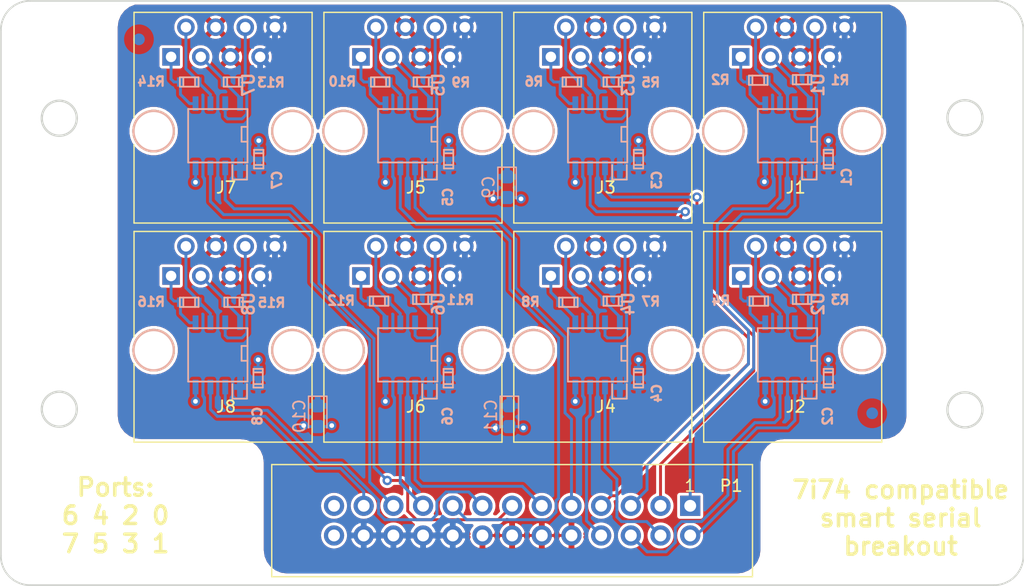
<source format=kicad_pcb>
(kicad_pcb (version 20171130) (host pcbnew "(5.1.0-rc1-120-gc4fe6785a)")
  (layers (0 F.Cu signal) (31 B.Cu signal) (34 B.Paste user) (35 F.Paste user) (36 B.SilkS user) (37 F.SilkS user) (38 B.Mask user) (39 F.Mask user) (44 Edge.Cuts user))
  (net 0 "")
  (net 1 "Net-(J1-Pad1)")
  (net 2 "Net-(J1-Pad2)")
  (net 3 "Net-(J1-Pad3)")
  (net 4 "Net-(J1-Pad6)")
  (net 5 "Net-(J2-Pad6)")
  (net 6 "Net-(J2-Pad3)")
  (net 7 "Net-(J2-Pad2)")
  (net 8 "Net-(J2-Pad1)")
  (net 9 "Net-(J3-Pad1)")
  (net 10 "Net-(J3-Pad2)")
  (net 11 "Net-(J3-Pad3)")
  (net 12 "Net-(J3-Pad6)")
  (net 13 "Net-(J4-Pad6)")
  (net 14 "Net-(J4-Pad3)")
  (net 15 "Net-(J4-Pad2)")
  (net 16 "Net-(J4-Pad1)")
  (net 17 "Net-(J5-Pad1)")
  (net 18 "Net-(J5-Pad2)")
  (net 19 "Net-(J5-Pad3)")
  (net 20 "Net-(J5-Pad6)")
  (net 21 "Net-(J6-Pad6)")
  (net 22 "Net-(J6-Pad3)")
  (net 23 "Net-(J6-Pad2)")
  (net 24 "Net-(J6-Pad1)")
  (net 25 "Net-(J7-Pad1)")
  (net 26 "Net-(J7-Pad2)")
  (net 27 "Net-(J7-Pad3)")
  (net 28 "Net-(J7-Pad6)")
  (net 29 "Net-(J8-Pad6)")
  (net 30 "Net-(J8-Pad3)")
  (net 31 "Net-(J8-Pad2)")
  (net 32 "Net-(J8-Pad1)")
  (net 33 GND)
  (net 34 +5V)
  (net 35 /rx0)
  (net 36 /tx0)
  (net 37 /tx3)
  (net 38 /tx1)
  (net 39 /rx3)
  (net 40 /rx1)
  (net 41 /tx7)
  (net 42 /tx6)
  (net 43 /tx5)
  (net 44 /tx4)
  (net 45 /rx7)
  (net 46 /rx6)
  (net 47 /rx5)
  (net 48 /rx4)
  (net 49 /tx2)
  (net 50 /rx2)
  (net 51 "Net-(P1-Pad26)")
  (net 52 "Net-(P1-Pad25)")
  (module Capacitor_Tantalum_SMD:CP_EIA-2012-12_Kemet-R (layer B.Cu) (at 153.5 105.5 270)
    (fp_text reference C11 (at 0 1.58 270) (layer B.SilkS) (effects (justify mirror)))
    (fp_text value CP)
    (pad 2 smd roundrect (at 0.8875 0 270) (size 1.125 1.05) (layers B.Cu B.Paste B.Mask) (roundrect_rratio 0.238095) (net 33 GND))
    (pad 1 smd roundrect (at -0.8875 0 270) (size 1.125 1.05) (layers B.Cu B.Paste B.Mask) (roundrect_rratio 0.238095) (net 34 +5V))
  )
  (module Capacitor_Tantalum_SMD:CP_EIA-2012-12_Kemet-R (layer B.Cu) (at 137.1 105.5 270)
    (fp_text reference C10 (at 0 1.58 270) (layer B.SilkS) (effects (justify mirror)))
    (fp_text value CP)
    (pad 2 smd roundrect (at 0.8875 0 270) (size 1.125 1.05) (layers B.Cu B.Paste B.Mask) (roundrect_rratio 0.238095) (net 33 GND))
    (pad 1 smd roundrect (at -0.8875 0 270) (size 1.125 1.05) (layers B.Cu B.Paste B.Mask) (roundrect_rratio 0.238095) (net 34 +5V))
  )
  (module Capacitor_Tantalum_SMD:CP_EIA-2012-12_Kemet-R (layer B.Cu) (at 153.3 85.9 270)
    (fp_text reference C9 (at 0 1.58 270) (layer B.SilkS) (effects (justify mirror)))
    (fp_text value CP)
    (pad 2 smd roundrect (at 0.8875 0 270) (size 1.125 1.05) (layers B.Cu B.Paste B.Mask) (roundrect_rratio 0.238095) (net 33 GND))
    (pad 1 smd roundrect (at -0.8875 0 270) (size 1.125 1.05) (layers B.Cu B.Paste B.Mask) (roundrect_rratio 0.238095) (net 34 +5V))
  )
  (module Fiducials:Fiducial_1mm_Dia_2.54mm_Outer_CopperBottom (layer F.Cu) (at 184.55 105.25)
    (fp_text reference REF** hide)
    (fp_text value Fiducial_1mm_Dia_2.54mm_Outer_CopperBottom hide)
    (pad ~ smd circle (at 0 0) (size 1 1) (layers B.Cu B.Mask) (clearance 0.77))
  )
  (module Fiducials:Fiducial_1mm_Dia_2.54mm_Outer_CopperBottom (layer F.Cu) (at 121.8 73.25)
    (fp_text reference REF** hide)
    (fp_text value Fiducial_1mm_Dia_2.54mm_Outer_CopperBottom hide)
    (pad ~ smd circle (at 0 0) (size 1 1) (layers B.Cu B.Mask) (clearance 0.77))
  )
  (module Connect:RJ45_8 (layer F.Cu) (at 124.55 74.75)
    (fp_text reference J7 (at 4.7 11.18) (layer F.SilkS))
    (fp_text value RJ45)
    (pad 8 thru_hole circle (at 8.89 -2.54) (size 1.5 1.5) (drill 0.9) (layers *.Cu *.Mask) (net 34 +5V))
    (pad 7 thru_hole circle (at 7.62 0) (size 1.5 1.5) (drill 0.9) (layers *.Cu *.Mask) (net 34 +5V))
    (pad 6 thru_hole circle (at 6.35 -2.54) (size 1.5 1.5) (drill 0.9) (layers *.Cu *.Mask) (net 28 "Net-(J7-Pad6)"))
    (pad 5 thru_hole circle (at 5.08 0) (size 1.5 1.5) (drill 0.9) (layers *.Cu *.Mask) (net 33 GND))
    (pad 4 thru_hole circle (at 3.81 -2.54) (size 1.5 1.5) (drill 0.9) (layers *.Cu *.Mask) (net 33 GND))
    (pad 3 thru_hole circle (at 2.54 0) (size 1.5 1.5) (drill 0.9) (layers *.Cu *.Mask) (net 27 "Net-(J7-Pad3)"))
    (pad 2 thru_hole circle (at 1.27 -2.54) (size 1.5 1.5) (drill 0.9) (layers *.Cu *.Mask) (net 26 "Net-(J7-Pad2)"))
    (pad 1 thru_hole rect (at 0 0) (size 1.5 1.5) (drill 0.9) (layers *.Cu *.Mask) (net 25 "Net-(J7-Pad1)"))
    (pad Hole np_thru_hole circle (at -1.49 6.35) (size 3.65 3.65) (drill 3.25) (layers *.Cu *.SilkS *.Mask))
    (pad Hole np_thru_hole circle (at 10.38 6.35) (size 3.65 3.65) (drill 3.25) (layers *.Cu *.SilkS *.Mask))
  )
  (module Connect:RJ45_8 (layer F.Cu) (at 173.3 74.75)
    (fp_text reference J1 (at 4.7 11.18) (layer F.SilkS))
    (fp_text value RJ45)
    (pad 8 thru_hole circle (at 8.89 -2.54) (size 1.5 1.5) (drill 0.9) (layers *.Cu *.Mask) (net 34 +5V))
    (pad 7 thru_hole circle (at 7.62 0) (size 1.5 1.5) (drill 0.9) (layers *.Cu *.Mask) (net 34 +5V))
    (pad 6 thru_hole circle (at 6.35 -2.54) (size 1.5 1.5) (drill 0.9) (layers *.Cu *.Mask) (net 4 "Net-(J1-Pad6)"))
    (pad 5 thru_hole circle (at 5.08 0) (size 1.5 1.5) (drill 0.9) (layers *.Cu *.Mask) (net 33 GND))
    (pad 4 thru_hole circle (at 3.81 -2.54) (size 1.5 1.5) (drill 0.9) (layers *.Cu *.Mask) (net 33 GND))
    (pad 3 thru_hole circle (at 2.54 0) (size 1.5 1.5) (drill 0.9) (layers *.Cu *.Mask) (net 3 "Net-(J1-Pad3)"))
    (pad 2 thru_hole circle (at 1.27 -2.54) (size 1.5 1.5) (drill 0.9) (layers *.Cu *.Mask) (net 2 "Net-(J1-Pad2)"))
    (pad 1 thru_hole rect (at 0 0) (size 1.5 1.5) (drill 0.9) (layers *.Cu *.Mask) (net 1 "Net-(J1-Pad1)"))
    (pad Hole np_thru_hole circle (at -1.49 6.35) (size 3.65 3.65) (drill 3.25) (layers *.Cu *.SilkS *.Mask))
    (pad Hole np_thru_hole circle (at 10.38 6.35) (size 3.65 3.65) (drill 3.25) (layers *.Cu *.SilkS *.Mask))
  )
  (module Connect:RJ45_8 (layer F.Cu) (at 173.3 93.5)
    (fp_text reference J2 (at 4.7 11.18) (layer F.SilkS))
    (fp_text value RJ45)
    (pad Hole np_thru_hole circle (at 10.38 6.35) (size 3.65 3.65) (drill 3.25) (layers *.Cu *.SilkS *.Mask))
    (pad Hole np_thru_hole circle (at -1.49 6.35) (size 3.65 3.65) (drill 3.25) (layers *.Cu *.SilkS *.Mask))
    (pad 1 thru_hole rect (at 0 0) (size 1.5 1.5) (drill 0.9) (layers *.Cu *.Mask) (net 8 "Net-(J2-Pad1)"))
    (pad 2 thru_hole circle (at 1.27 -2.54) (size 1.5 1.5) (drill 0.9) (layers *.Cu *.Mask) (net 7 "Net-(J2-Pad2)"))
    (pad 3 thru_hole circle (at 2.54 0) (size 1.5 1.5) (drill 0.9) (layers *.Cu *.Mask) (net 6 "Net-(J2-Pad3)"))
    (pad 4 thru_hole circle (at 3.81 -2.54) (size 1.5 1.5) (drill 0.9) (layers *.Cu *.Mask) (net 33 GND))
    (pad 5 thru_hole circle (at 5.08 0) (size 1.5 1.5) (drill 0.9) (layers *.Cu *.Mask) (net 33 GND))
    (pad 6 thru_hole circle (at 6.35 -2.54) (size 1.5 1.5) (drill 0.9) (layers *.Cu *.Mask) (net 5 "Net-(J2-Pad6)"))
    (pad 7 thru_hole circle (at 7.62 0) (size 1.5 1.5) (drill 0.9) (layers *.Cu *.Mask) (net 34 +5V))
    (pad 8 thru_hole circle (at 8.89 -2.54) (size 1.5 1.5) (drill 0.9) (layers *.Cu *.Mask) (net 34 +5V))
  )
  (module Connect:RJ45_8 (layer F.Cu) (at 157.05 74.75)
    (fp_text reference J3 (at 4.7 11.18) (layer F.SilkS))
    (fp_text value RJ45)
    (pad 8 thru_hole circle (at 8.89 -2.54) (size 1.5 1.5) (drill 0.9) (layers *.Cu *.Mask) (net 34 +5V))
    (pad 7 thru_hole circle (at 7.62 0) (size 1.5 1.5) (drill 0.9) (layers *.Cu *.Mask) (net 34 +5V))
    (pad 6 thru_hole circle (at 6.35 -2.54) (size 1.5 1.5) (drill 0.9) (layers *.Cu *.Mask) (net 12 "Net-(J3-Pad6)"))
    (pad 5 thru_hole circle (at 5.08 0) (size 1.5 1.5) (drill 0.9) (layers *.Cu *.Mask) (net 33 GND))
    (pad 4 thru_hole circle (at 3.81 -2.54) (size 1.5 1.5) (drill 0.9) (layers *.Cu *.Mask) (net 33 GND))
    (pad 3 thru_hole circle (at 2.54 0) (size 1.5 1.5) (drill 0.9) (layers *.Cu *.Mask) (net 11 "Net-(J3-Pad3)"))
    (pad 2 thru_hole circle (at 1.27 -2.54) (size 1.5 1.5) (drill 0.9) (layers *.Cu *.Mask) (net 10 "Net-(J3-Pad2)"))
    (pad 1 thru_hole rect (at 0 0) (size 1.5 1.5) (drill 0.9) (layers *.Cu *.Mask) (net 9 "Net-(J3-Pad1)"))
    (pad Hole np_thru_hole circle (at -1.49 6.35) (size 3.65 3.65) (drill 3.25) (layers *.Cu *.SilkS *.Mask))
    (pad Hole np_thru_hole circle (at 10.38 6.35) (size 3.65 3.65) (drill 3.25) (layers *.Cu *.SilkS *.Mask))
  )
  (module Connect:RJ45_8 (layer F.Cu) (at 157.05 93.5)
    (fp_text reference J4 (at 4.7 11.18) (layer F.SilkS))
    (fp_text value RJ45)
    (pad Hole np_thru_hole circle (at 10.38 6.35) (size 3.65 3.65) (drill 3.25) (layers *.Cu *.SilkS *.Mask))
    (pad Hole np_thru_hole circle (at -1.49 6.35) (size 3.65 3.65) (drill 3.25) (layers *.Cu *.SilkS *.Mask))
    (pad 1 thru_hole rect (at 0 0) (size 1.5 1.5) (drill 0.9) (layers *.Cu *.Mask) (net 16 "Net-(J4-Pad1)"))
    (pad 2 thru_hole circle (at 1.27 -2.54) (size 1.5 1.5) (drill 0.9) (layers *.Cu *.Mask) (net 15 "Net-(J4-Pad2)"))
    (pad 3 thru_hole circle (at 2.54 0) (size 1.5 1.5) (drill 0.9) (layers *.Cu *.Mask) (net 14 "Net-(J4-Pad3)"))
    (pad 4 thru_hole circle (at 3.81 -2.54) (size 1.5 1.5) (drill 0.9) (layers *.Cu *.Mask) (net 33 GND))
    (pad 5 thru_hole circle (at 5.08 0) (size 1.5 1.5) (drill 0.9) (layers *.Cu *.Mask) (net 33 GND))
    (pad 6 thru_hole circle (at 6.35 -2.54) (size 1.5 1.5) (drill 0.9) (layers *.Cu *.Mask) (net 13 "Net-(J4-Pad6)"))
    (pad 7 thru_hole circle (at 7.62 0) (size 1.5 1.5) (drill 0.9) (layers *.Cu *.Mask) (net 34 +5V))
    (pad 8 thru_hole circle (at 8.89 -2.54) (size 1.5 1.5) (drill 0.9) (layers *.Cu *.Mask) (net 34 +5V))
  )
  (module Connect:RJ45_8 (layer F.Cu) (at 140.8 74.75)
    (fp_text reference J5 (at 4.7 11.18) (layer F.SilkS))
    (fp_text value RJ45)
    (pad Hole np_thru_hole circle (at 10.38 6.35) (size 3.65 3.65) (drill 3.25) (layers *.Cu *.SilkS *.Mask))
    (pad Hole np_thru_hole circle (at -1.49 6.35) (size 3.65 3.65) (drill 3.25) (layers *.Cu *.SilkS *.Mask))
    (pad 1 thru_hole rect (at 0 0) (size 1.5 1.5) (drill 0.9) (layers *.Cu *.Mask) (net 17 "Net-(J5-Pad1)"))
    (pad 2 thru_hole circle (at 1.27 -2.54) (size 1.5 1.5) (drill 0.9) (layers *.Cu *.Mask) (net 18 "Net-(J5-Pad2)"))
    (pad 3 thru_hole circle (at 2.54 0) (size 1.5 1.5) (drill 0.9) (layers *.Cu *.Mask) (net 19 "Net-(J5-Pad3)"))
    (pad 4 thru_hole circle (at 3.81 -2.54) (size 1.5 1.5) (drill 0.9) (layers *.Cu *.Mask) (net 33 GND))
    (pad 5 thru_hole circle (at 5.08 0) (size 1.5 1.5) (drill 0.9) (layers *.Cu *.Mask) (net 33 GND))
    (pad 6 thru_hole circle (at 6.35 -2.54) (size 1.5 1.5) (drill 0.9) (layers *.Cu *.Mask) (net 20 "Net-(J5-Pad6)"))
    (pad 7 thru_hole circle (at 7.62 0) (size 1.5 1.5) (drill 0.9) (layers *.Cu *.Mask) (net 34 +5V))
    (pad 8 thru_hole circle (at 8.89 -2.54) (size 1.5 1.5) (drill 0.9) (layers *.Cu *.Mask) (net 34 +5V))
  )
  (module Connect:RJ45_8 (layer F.Cu) (at 140.8 93.5)
    (fp_text reference J6 (at 4.7 11.18) (layer F.SilkS))
    (fp_text value RJ45)
    (pad Hole np_thru_hole circle (at 10.38 6.35) (size 3.65 3.65) (drill 3.25) (layers *.Cu *.SilkS *.Mask))
    (pad Hole np_thru_hole circle (at -1.49 6.35) (size 3.65 3.65) (drill 3.25) (layers *.Cu *.SilkS *.Mask))
    (pad 1 thru_hole rect (at 0 0) (size 1.5 1.5) (drill 0.9) (layers *.Cu *.Mask) (net 24 "Net-(J6-Pad1)"))
    (pad 2 thru_hole circle (at 1.27 -2.54) (size 1.5 1.5) (drill 0.9) (layers *.Cu *.Mask) (net 23 "Net-(J6-Pad2)"))
    (pad 3 thru_hole circle (at 2.54 0) (size 1.5 1.5) (drill 0.9) (layers *.Cu *.Mask) (net 22 "Net-(J6-Pad3)"))
    (pad 4 thru_hole circle (at 3.81 -2.54) (size 1.5 1.5) (drill 0.9) (layers *.Cu *.Mask) (net 33 GND))
    (pad 5 thru_hole circle (at 5.08 0) (size 1.5 1.5) (drill 0.9) (layers *.Cu *.Mask) (net 33 GND))
    (pad 6 thru_hole circle (at 6.35 -2.54) (size 1.5 1.5) (drill 0.9) (layers *.Cu *.Mask) (net 21 "Net-(J6-Pad6)"))
    (pad 7 thru_hole circle (at 7.62 0) (size 1.5 1.5) (drill 0.9) (layers *.Cu *.Mask) (net 34 +5V))
    (pad 8 thru_hole circle (at 8.89 -2.54) (size 1.5 1.5) (drill 0.9) (layers *.Cu *.Mask) (net 34 +5V))
  )
  (module Connect:RJ45_8 (layer F.Cu) (at 124.55 93.5)
    (fp_text reference J8 (at 4.7 11.18) (layer F.SilkS))
    (fp_text value RJ45)
    (pad Hole np_thru_hole circle (at 10.38 6.35) (size 3.65 3.65) (drill 3.25) (layers *.Cu *.SilkS *.Mask))
    (pad Hole np_thru_hole circle (at -1.49 6.35) (size 3.65 3.65) (drill 3.25) (layers *.Cu *.SilkS *.Mask))
    (pad 1 thru_hole rect (at 0 0) (size 1.5 1.5) (drill 0.9) (layers *.Cu *.Mask) (net 32 "Net-(J8-Pad1)"))
    (pad 2 thru_hole circle (at 1.27 -2.54) (size 1.5 1.5) (drill 0.9) (layers *.Cu *.Mask) (net 31 "Net-(J8-Pad2)"))
    (pad 3 thru_hole circle (at 2.54 0) (size 1.5 1.5) (drill 0.9) (layers *.Cu *.Mask) (net 30 "Net-(J8-Pad3)"))
    (pad 4 thru_hole circle (at 3.81 -2.54) (size 1.5 1.5) (drill 0.9) (layers *.Cu *.Mask) (net 33 GND))
    (pad 5 thru_hole circle (at 5.08 0) (size 1.5 1.5) (drill 0.9) (layers *.Cu *.Mask) (net 33 GND))
    (pad 6 thru_hole circle (at 6.35 -2.54) (size 1.5 1.5) (drill 0.9) (layers *.Cu *.Mask) (net 29 "Net-(J8-Pad6)"))
    (pad 7 thru_hole circle (at 7.62 0) (size 1.5 1.5) (drill 0.9) (layers *.Cu *.Mask) (net 34 +5V))
    (pad 8 thru_hole circle (at 8.89 -2.54) (size 1.5 1.5) (drill 0.9) (layers *.Cu *.Mask) (net 34 +5V))
  )
  (module stmbl:C_0603 (layer B.Cu) (at 180.8 83.5 90)
    (fp_text reference C1 (at -1.542324 1.564718 90) (layer B.SilkS) (effects (font (size 0.8 0.8) (thickness 0.2)) (justify mirror)))
    (fp_text value 100n)
    (pad 2 smd rect (at 0.75 0 90) (size 0.59 0.8) (layers B.Cu B.Paste B.Mask) (net 33 GND))
    (pad 1 smd rect (at -0.75 0 90) (size 0.59 0.8) (layers B.Cu B.Paste B.Mask) (net 34 +5V))
  )
  (module stmbl:C_0603 (layer B.Cu) (at 180.8 102.25 90)
    (fp_text reference C2 (at -3.248 -0.064 90) (layer B.SilkS) (effects (font (size 0.8 0.8) (thickness 0.2)) (justify mirror)))
    (fp_text value 100n)
    (pad 2 smd rect (at 0.75 0 90) (size 0.59 0.8) (layers B.Cu B.Paste B.Mask) (net 33 GND))
    (pad 1 smd rect (at -0.75 0 90) (size 0.59 0.8) (layers B.Cu B.Paste B.Mask) (net 34 +5V))
  )
  (module stmbl:C_0603 (layer B.Cu) (at 164.55 83.5 90)
    (fp_text reference C3 (at -1.792324 1.564718 90) (layer B.SilkS) (effects (font (size 0.8 0.8) (thickness 0.2)) (justify mirror)))
    (fp_text value 100n)
    (pad 1 smd rect (at -0.75 0 90) (size 0.59 0.8) (layers B.Cu B.Paste B.Mask) (net 34 +5V))
    (pad 2 smd rect (at 0.75 0 90) (size 0.59 0.8) (layers B.Cu B.Paste B.Mask) (net 33 GND))
  )
  (module stmbl:C_0603 (layer B.Cu) (at 164.55 102.25 90)
    (fp_text reference C4 (at -1.292324 1.564718 90) (layer B.SilkS) (effects (font (size 0.8 0.8) (thickness 0.2)) (justify mirror)))
    (fp_text value 100n)
    (pad 2 smd rect (at 0.75 0 90) (size 0.59 0.8) (layers B.Cu B.Paste B.Mask) (net 33 GND))
    (pad 1 smd rect (at -0.75 0 90) (size 0.59 0.8) (layers B.Cu B.Paste B.Mask) (net 34 +5V))
  )
  (module stmbl:C_0603 (layer B.Cu) (at 148.3 83.5 90)
    (fp_text reference C5 (at -3.248 -0.064 90) (layer B.SilkS) (effects (font (size 0.8 0.8) (thickness 0.2)) (justify mirror)))
    (fp_text value 100n)
    (pad 1 smd rect (at -0.75 0 90) (size 0.59 0.8) (layers B.Cu B.Paste B.Mask) (net 34 +5V))
    (pad 2 smd rect (at 0.75 0 90) (size 0.59 0.8) (layers B.Cu B.Paste B.Mask) (net 33 GND))
  )
  (module stmbl:C_0603 (layer B.Cu) (at 148.27 102.25 90)
    (fp_text reference C6 (at -3.248 -0.064 90) (layer B.SilkS) (effects (font (size 0.8 0.8) (thickness 0.2)) (justify mirror)))
    (fp_text value 100n)
    (pad 1 smd rect (at -0.75 0 90) (size 0.59 0.8) (layers B.Cu B.Paste B.Mask) (net 34 +5V))
    (pad 2 smd rect (at 0.75 0 90) (size 0.59 0.8) (layers B.Cu B.Paste B.Mask) (net 33 GND))
  )
  (module stmbl:C_0603 (layer B.Cu) (at 132.05 83.5 90)
    (fp_text reference C7 (at -1.792324 1.564718 90) (layer B.SilkS) (effects (font (size 0.8 0.8) (thickness 0.2)) (justify mirror)))
    (fp_text value 100n)
    (pad 1 smd rect (at -0.75 0 90) (size 0.59 0.8) (layers B.Cu B.Paste B.Mask) (net 34 +5V))
    (pad 2 smd rect (at 0.75 0 90) (size 0.59 0.8) (layers B.Cu B.Paste B.Mask) (net 33 GND))
  )
  (module stmbl:C_0603 (layer B.Cu) (at 132 102.25 90)
    (fp_text reference C8 (at -3.248 -0.064 90) (layer B.SilkS) (effects (font (size 0.8 0.8) (thickness 0.2)) (justify mirror)))
    (fp_text value 100n)
    (pad 1 smd rect (at -0.75 0 90) (size 0.59 0.8) (layers B.Cu B.Paste B.Mask) (net 34 +5V))
    (pad 2 smd rect (at 0.75 0 90) (size 0.59 0.8) (layers B.Cu B.Paste B.Mask) (net 33 GND))
  )
  (module Connect:IDC_Header_Straight_26pins (layer F.Cu) (at 168.975282 113.167676 180)
    (fp_text reference P1 (at -3.51 1.71 180) (layer F.SilkS))
    (fp_text value CONN_02X13)
    (fp_text user 1 (at 0.02 1.72 180) (layer F.SilkS) (effects (font (thickness 0.12))))
    (pad 1 thru_hole rect (at 0 0 180) (size 1.7272 1.7272) (drill 1.016) (layers *.Cu *.Mask) (net 35 /rx0))
    (pad 2 thru_hole oval (at 0 -2.54 180) (size 1.7272 1.7272) (drill 1.016) (layers *.Cu *.Mask) (net 40 /rx1))
    (pad 3 thru_hole oval (at 2.54 0 180) (size 1.7272 1.7272) (drill 1.016) (layers *.Cu *.Mask) (net 50 /rx2))
    (pad 4 thru_hole oval (at 2.54 -2.54 180) (size 1.7272 1.7272) (drill 1.016) (layers *.Cu *.Mask) (net 39 /rx3))
    (pad 5 thru_hole oval (at 5.08 0 180) (size 1.7272 1.7272) (drill 1.016) (layers *.Cu *.Mask) (net 36 /tx0))
    (pad 6 thru_hole oval (at 5.08 -2.54 180) (size 1.7272 1.7272) (drill 1.016) (layers *.Cu *.Mask) (net 38 /tx1))
    (pad 7 thru_hole oval (at 7.62 0 180) (size 1.7272 1.7272) (drill 1.016) (layers *.Cu *.Mask) (net 49 /tx2))
    (pad 8 thru_hole oval (at 7.62 -2.54 180) (size 1.7272 1.7272) (drill 1.016) (layers *.Cu *.Mask) (net 37 /tx3))
    (pad 9 thru_hole oval (at 10.16 0 180) (size 1.7272 1.7272) (drill 1.016) (layers *.Cu *.Mask) (net 48 /rx4))
    (pad 10 thru_hole oval (at 10.16 -2.54 180) (size 1.7272 1.7272) (drill 1.016) (layers *.Cu *.Mask) (net 33 GND))
    (pad 11 thru_hole oval (at 12.7 0 180) (size 1.7272 1.7272) (drill 1.016) (layers *.Cu *.Mask) (net 47 /rx5))
    (pad 12 thru_hole oval (at 12.7 -2.54 180) (size 1.7272 1.7272) (drill 1.016) (layers *.Cu *.Mask) (net 33 GND))
    (pad 13 thru_hole oval (at 15.24 0 180) (size 1.7272 1.7272) (drill 1.016) (layers *.Cu *.Mask) (net 46 /rx6))
    (pad 14 thru_hole oval (at 15.24 -2.54 180) (size 1.7272 1.7272) (drill 1.016) (layers *.Cu *.Mask) (net 33 GND))
    (pad 15 thru_hole oval (at 17.78 0 180) (size 1.7272 1.7272) (drill 1.016) (layers *.Cu *.Mask) (net 45 /rx7))
    (pad 16 thru_hole oval (at 17.78 -2.54 180) (size 1.7272 1.7272) (drill 1.016) (layers *.Cu *.Mask) (net 33 GND))
    (pad 17 thru_hole oval (at 20.32 0 180) (size 1.7272 1.7272) (drill 1.016) (layers *.Cu *.Mask) (net 44 /tx4))
    (pad 18 thru_hole oval (at 20.32 -2.54 180) (size 1.7272 1.7272) (drill 1.016) (layers *.Cu *.Mask) (net 34 +5V))
    (pad 19 thru_hole oval (at 22.86 0 180) (size 1.7272 1.7272) (drill 1.016) (layers *.Cu *.Mask) (net 43 /tx5))
    (pad 20 thru_hole oval (at 22.86 -2.54 180) (size 1.7272 1.7272) (drill 1.016) (layers *.Cu *.Mask) (net 34 +5V))
    (pad 21 thru_hole oval (at 25.4 0 180) (size 1.7272 1.7272) (drill 1.016) (layers *.Cu *.Mask) (net 42 /tx6))
    (pad 22 thru_hole oval (at 25.4 -2.54 180) (size 1.7272 1.7272) (drill 1.016) (layers *.Cu *.Mask) (net 34 +5V))
    (pad 23 thru_hole oval (at 27.94 0 180) (size 1.7272 1.7272) (drill 1.016) (layers *.Cu *.Mask) (net 41 /tx7))
    (pad 24 thru_hole oval (at 27.94 -2.54 180) (size 1.7272 1.7272) (drill 1.016) (layers *.Cu *.Mask) (net 34 +5V))
    (pad 25 thru_hole oval (at 30.48 0 180) (size 1.7272 1.7272) (drill 1.016) (layers *.Cu *.Mask) (net 52 "Net-(P1-Pad25)"))
    (pad 26 thru_hole oval (at 30.48 -2.54 180) (size 1.7272 1.7272) (drill 1.016) (layers *.Cu *.Mask) (net 51 "Net-(P1-Pad26)"))
  )
  (module stmbl:SOIC-8-N (layer B.Cu) (at 177.3 81.5 90)
    (fp_text reference U1 (at 4.362 2.624 90) (layer B.SilkS) (effects (font (thickness 0.2)) (justify mirror)))
    (fp_text value rs4854)
    (pad 1 smd rect (at -2.75 1.905 180) (size 0.5 1.25) (layers B.Cu B.Paste B.Mask) (net 34 +5V))
    (pad 2 smd rect (at -2.75 0.635 180) (size 0.5 1.25) (layers B.Cu B.Paste B.Mask) (net 35 /rx0))
    (pad 3 smd rect (at -2.75 -0.635 180) (size 0.5 1.25) (layers B.Cu B.Paste B.Mask) (net 36 /tx0))
    (pad 4 smd rect (at -2.75 -1.905 180) (size 0.5 1.25) (layers B.Cu B.Paste B.Mask) (net 33 GND))
    (pad 5 smd rect (at 2.75 -1.905 180) (size 0.5 1.25) (layers B.Cu B.Paste B.Mask) (net 1 "Net-(J1-Pad1)"))
    (pad 6 smd rect (at 2.75 -0.635 180) (size 0.5 1.25) (layers B.Cu B.Paste B.Mask) (net 2 "Net-(J1-Pad2)"))
    (pad 7 smd rect (at 2.75 0.635 180) (size 0.5 1.25) (layers B.Cu B.Paste B.Mask) (net 4 "Net-(J1-Pad6)"))
    (pad 8 smd rect (at 2.75 1.905 180) (size 0.5 1.25) (layers B.Cu B.Paste B.Mask) (net 3 "Net-(J1-Pad3)"))
  )
  (module stmbl:SOIC-8-N (layer B.Cu) (at 177.3 100.25 90)
    (fp_text reference U2 (at 4.362 2.624 90) (layer B.SilkS) (effects (font (thickness 0.2)) (justify mirror)))
    (fp_text value rs4854)
    (pad 8 smd rect (at 2.75 1.905 180) (size 0.5 1.25) (layers B.Cu B.Paste B.Mask) (net 6 "Net-(J2-Pad3)"))
    (pad 7 smd rect (at 2.75 0.635 180) (size 0.5 1.25) (layers B.Cu B.Paste B.Mask) (net 5 "Net-(J2-Pad6)"))
    (pad 6 smd rect (at 2.75 -0.635 180) (size 0.5 1.25) (layers B.Cu B.Paste B.Mask) (net 7 "Net-(J2-Pad2)"))
    (pad 5 smd rect (at 2.75 -1.905 180) (size 0.5 1.25) (layers B.Cu B.Paste B.Mask) (net 8 "Net-(J2-Pad1)"))
    (pad 4 smd rect (at -2.75 -1.905 180) (size 0.5 1.25) (layers B.Cu B.Paste B.Mask) (net 33 GND))
    (pad 3 smd rect (at -2.75 -0.635 180) (size 0.5 1.25) (layers B.Cu B.Paste B.Mask) (net 38 /tx1))
    (pad 2 smd rect (at -2.75 0.635 180) (size 0.5 1.25) (layers B.Cu B.Paste B.Mask) (net 40 /rx1))
    (pad 1 smd rect (at -2.75 1.905 180) (size 0.5 1.25) (layers B.Cu B.Paste B.Mask) (net 34 +5V))
  )
  (module stmbl:SOIC-8-N (layer B.Cu) (at 161.05 81.5 90)
    (fp_text reference U3 (at 4.362 2.624 90) (layer B.SilkS) (effects (font (thickness 0.2)) (justify mirror)))
    (fp_text value rs4854)
    (pad 8 smd rect (at 2.75 1.905 180) (size 0.5 1.25) (layers B.Cu B.Paste B.Mask) (net 11 "Net-(J3-Pad3)"))
    (pad 7 smd rect (at 2.75 0.635 180) (size 0.5 1.25) (layers B.Cu B.Paste B.Mask) (net 12 "Net-(J3-Pad6)"))
    (pad 6 smd rect (at 2.75 -0.635 180) (size 0.5 1.25) (layers B.Cu B.Paste B.Mask) (net 10 "Net-(J3-Pad2)"))
    (pad 5 smd rect (at 2.75 -1.905 180) (size 0.5 1.25) (layers B.Cu B.Paste B.Mask) (net 9 "Net-(J3-Pad1)"))
    (pad 4 smd rect (at -2.75 -1.905 180) (size 0.5 1.25) (layers B.Cu B.Paste B.Mask) (net 33 GND))
    (pad 3 smd rect (at -2.75 -0.635 180) (size 0.5 1.25) (layers B.Cu B.Paste B.Mask) (net 49 /tx2))
    (pad 2 smd rect (at -2.75 0.635 180) (size 0.5 1.25) (layers B.Cu B.Paste B.Mask) (net 50 /rx2))
    (pad 1 smd rect (at -2.75 1.905 180) (size 0.5 1.25) (layers B.Cu B.Paste B.Mask) (net 34 +5V))
  )
  (module stmbl:SOIC-8-N (layer B.Cu) (at 161.05 100.25 90)
    (fp_text reference U4 (at 4.362 2.624 90) (layer B.SilkS) (effects (font (thickness 0.2)) (justify mirror)))
    (fp_text value rs4854)
    (pad 1 smd rect (at -2.75 1.905 180) (size 0.5 1.25) (layers B.Cu B.Paste B.Mask) (net 34 +5V))
    (pad 2 smd rect (at -2.75 0.635 180) (size 0.5 1.25) (layers B.Cu B.Paste B.Mask) (net 39 /rx3))
    (pad 3 smd rect (at -2.75 -0.635 180) (size 0.5 1.25) (layers B.Cu B.Paste B.Mask) (net 37 /tx3))
    (pad 4 smd rect (at -2.75 -1.905 180) (size 0.5 1.25) (layers B.Cu B.Paste B.Mask) (net 33 GND))
    (pad 5 smd rect (at 2.75 -1.905 180) (size 0.5 1.25) (layers B.Cu B.Paste B.Mask) (net 16 "Net-(J4-Pad1)"))
    (pad 6 smd rect (at 2.75 -0.635 180) (size 0.5 1.25) (layers B.Cu B.Paste B.Mask) (net 15 "Net-(J4-Pad2)"))
    (pad 7 smd rect (at 2.75 0.635 180) (size 0.5 1.25) (layers B.Cu B.Paste B.Mask) (net 13 "Net-(J4-Pad6)"))
    (pad 8 smd rect (at 2.75 1.905 180) (size 0.5 1.25) (layers B.Cu B.Paste B.Mask) (net 14 "Net-(J4-Pad3)"))
  )
  (module stmbl:SOIC-8-N (layer B.Cu) (at 144.8 81.5 90)
    (fp_text reference U5 (at 4.362 2.624 90) (layer B.SilkS) (effects (font (thickness 0.2)) (justify mirror)))
    (fp_text value rs4854)
    (pad 8 smd rect (at 2.75 1.905 180) (size 0.5 1.25) (layers B.Cu B.Paste B.Mask) (net 19 "Net-(J5-Pad3)"))
    (pad 7 smd rect (at 2.75 0.635 180) (size 0.5 1.25) (layers B.Cu B.Paste B.Mask) (net 20 "Net-(J5-Pad6)"))
    (pad 6 smd rect (at 2.75 -0.635 180) (size 0.5 1.25) (layers B.Cu B.Paste B.Mask) (net 18 "Net-(J5-Pad2)"))
    (pad 5 smd rect (at 2.75 -1.905 180) (size 0.5 1.25) (layers B.Cu B.Paste B.Mask) (net 17 "Net-(J5-Pad1)"))
    (pad 4 smd rect (at -2.75 -1.905 180) (size 0.5 1.25) (layers B.Cu B.Paste B.Mask) (net 33 GND))
    (pad 3 smd rect (at -2.75 -0.635 180) (size 0.5 1.25) (layers B.Cu B.Paste B.Mask) (net 44 /tx4))
    (pad 2 smd rect (at -2.75 0.635 180) (size 0.5 1.25) (layers B.Cu B.Paste B.Mask) (net 48 /rx4))
    (pad 1 smd rect (at -2.75 1.905 180) (size 0.5 1.25) (layers B.Cu B.Paste B.Mask) (net 34 +5V))
  )
  (module stmbl:SOIC-8-N (layer B.Cu) (at 144.8 100.25 90)
    (fp_text reference U6 (at 4.362 2.624 90) (layer B.SilkS) (effects (font (thickness 0.2)) (justify mirror)))
    (fp_text value rs4854)
    (pad 8 smd rect (at 2.75 1.905 180) (size 0.5 1.25) (layers B.Cu B.Paste B.Mask) (net 22 "Net-(J6-Pad3)"))
    (pad 7 smd rect (at 2.75 0.635 180) (size 0.5 1.25) (layers B.Cu B.Paste B.Mask) (net 21 "Net-(J6-Pad6)"))
    (pad 6 smd rect (at 2.75 -0.635 180) (size 0.5 1.25) (layers B.Cu B.Paste B.Mask) (net 23 "Net-(J6-Pad2)"))
    (pad 5 smd rect (at 2.75 -1.905 180) (size 0.5 1.25) (layers B.Cu B.Paste B.Mask) (net 24 "Net-(J6-Pad1)"))
    (pad 4 smd rect (at -2.75 -1.905 180) (size 0.5 1.25) (layers B.Cu B.Paste B.Mask) (net 33 GND))
    (pad 3 smd rect (at -2.75 -0.635 180) (size 0.5 1.25) (layers B.Cu B.Paste B.Mask) (net 43 /tx5))
    (pad 2 smd rect (at -2.75 0.635 180) (size 0.5 1.25) (layers B.Cu B.Paste B.Mask) (net 47 /rx5))
    (pad 1 smd rect (at -2.75 1.905 180) (size 0.5 1.25) (layers B.Cu B.Paste B.Mask) (net 34 +5V))
  )
  (module stmbl:SOIC-8-N (layer B.Cu) (at 128.55 81.5 90)
    (fp_text reference U7 (at 4.362 2.624 90) (layer B.SilkS) (effects (font (thickness 0.2)) (justify mirror)))
    (fp_text value rs4854)
    (pad 1 smd rect (at -2.75 1.905 180) (size 0.5 1.25) (layers B.Cu B.Paste B.Mask) (net 34 +5V))
    (pad 2 smd rect (at -2.75 0.635 180) (size 0.5 1.25) (layers B.Cu B.Paste B.Mask) (net 46 /rx6))
    (pad 3 smd rect (at -2.75 -0.635 180) (size 0.5 1.25) (layers B.Cu B.Paste B.Mask) (net 42 /tx6))
    (pad 4 smd rect (at -2.75 -1.905 180) (size 0.5 1.25) (layers B.Cu B.Paste B.Mask) (net 33 GND))
    (pad 5 smd rect (at 2.75 -1.905 180) (size 0.5 1.25) (layers B.Cu B.Paste B.Mask) (net 25 "Net-(J7-Pad1)"))
    (pad 6 smd rect (at 2.75 -0.635 180) (size 0.5 1.25) (layers B.Cu B.Paste B.Mask) (net 26 "Net-(J7-Pad2)"))
    (pad 7 smd rect (at 2.75 0.635 180) (size 0.5 1.25) (layers B.Cu B.Paste B.Mask) (net 28 "Net-(J7-Pad6)"))
    (pad 8 smd rect (at 2.75 1.905 180) (size 0.5 1.25) (layers B.Cu B.Paste B.Mask) (net 27 "Net-(J7-Pad3)"))
  )
  (module stmbl:SOIC-8-N (layer B.Cu) (at 128.55 100.25 90)
    (fp_text reference U8 (at 4.362 2.624 90) (layer B.SilkS) (effects (font (thickness 0.2)) (justify mirror)))
    (fp_text value rs4854)
    (pad 8 smd rect (at 2.75 1.905 180) (size 0.5 1.25) (layers B.Cu B.Paste B.Mask) (net 30 "Net-(J8-Pad3)"))
    (pad 7 smd rect (at 2.75 0.635 180) (size 0.5 1.25) (layers B.Cu B.Paste B.Mask) (net 29 "Net-(J8-Pad6)"))
    (pad 6 smd rect (at 2.75 -0.635 180) (size 0.5 1.25) (layers B.Cu B.Paste B.Mask) (net 31 "Net-(J8-Pad2)"))
    (pad 5 smd rect (at 2.75 -1.905 180) (size 0.5 1.25) (layers B.Cu B.Paste B.Mask) (net 32 "Net-(J8-Pad1)"))
    (pad 4 smd rect (at -2.75 -1.905 180) (size 0.5 1.25) (layers B.Cu B.Paste B.Mask) (net 33 GND))
    (pad 3 smd rect (at -2.75 -0.635 180) (size 0.5 1.25) (layers B.Cu B.Paste B.Mask) (net 41 /tx7))
    (pad 2 smd rect (at -2.75 0.635 180) (size 0.5 1.25) (layers B.Cu B.Paste B.Mask) (net 45 /rx7))
    (pad 1 smd rect (at -2.75 1.905 180) (size 0.5 1.25) (layers B.Cu B.Paste B.Mask) (net 34 +5V))
  )
  (module stmbl:R_0603 (layer B.Cu) (at 178.55 76.7 180)
    (fp_text reference R1 (at -3.248 -0.04 180) (layer B.SilkS) (effects (font (size 0.8 0.8) (thickness 0.2)) (justify mirror)))
    (fp_text value R)
    (pad 1 smd rect (at -0.75 0 180) (size 0.59 0.8) (layers B.Cu B.Paste B.Mask) (net 4 "Net-(J1-Pad6)"))
    (pad 2 smd rect (at 0.75 0 180) (size 0.59 0.8) (layers B.Cu B.Paste B.Mask) (net 3 "Net-(J1-Pad3)"))
  )
  (module stmbl:R_0603 (layer B.Cu) (at 174.8 76.75)
    (fp_text reference R2 (at -3.248 -0.04) (layer B.SilkS) (effects (font (size 0.8 0.8) (thickness 0.2)) (justify mirror)))
    (fp_text value R)
    (pad 2 smd rect (at 0.75 0) (size 0.59 0.8) (layers B.Cu B.Paste B.Mask) (net 2 "Net-(J1-Pad2)"))
    (pad 1 smd rect (at -0.75 0) (size 0.59 0.8) (layers B.Cu B.Paste B.Mask) (net 1 "Net-(J1-Pad1)"))
  )
  (module stmbl:R_0603 (layer B.Cu) (at 178.55 95.5 180)
    (fp_text reference R3 (at -3.248 -0.04 180) (layer B.SilkS) (effects (font (size 0.8 0.8) (thickness 0.2)) (justify mirror)))
    (fp_text value R)
    (pad 2 smd rect (at 0.75 0 180) (size 0.59 0.8) (layers B.Cu B.Paste B.Mask) (net 6 "Net-(J2-Pad3)"))
    (pad 1 smd rect (at -0.75 0 180) (size 0.59 0.8) (layers B.Cu B.Paste B.Mask) (net 5 "Net-(J2-Pad6)"))
  )
  (module stmbl:R_0603 (layer B.Cu) (at 174.85 95.65)
    (fp_text reference R4 (at -3.248 -0.04) (layer B.SilkS) (effects (font (size 0.8 0.8) (thickness 0.2)) (justify mirror)))
    (fp_text value R)
    (pad 1 smd rect (at -0.75 0) (size 0.59 0.8) (layers B.Cu B.Paste B.Mask) (net 8 "Net-(J2-Pad1)"))
    (pad 2 smd rect (at 0.75 0) (size 0.59 0.8) (layers B.Cu B.Paste B.Mask) (net 7 "Net-(J2-Pad2)"))
  )
  (module stmbl:R_0603 (layer B.Cu) (at 162.35 76.9 180)
    (fp_text reference R5 (at -3.248 -0.04 180) (layer B.SilkS) (effects (font (size 0.8 0.8) (thickness 0.2)) (justify mirror)))
    (fp_text value R)
    (pad 1 smd rect (at -0.75 0 180) (size 0.59 0.8) (layers B.Cu B.Paste B.Mask) (net 12 "Net-(J3-Pad6)"))
    (pad 2 smd rect (at 0.75 0 180) (size 0.59 0.8) (layers B.Cu B.Paste B.Mask) (net 11 "Net-(J3-Pad3)"))
  )
  (module stmbl:R_0603 (layer B.Cu) (at 158.85 76.9)
    (fp_text reference R6 (at -3.248 -0.04) (layer B.SilkS) (effects (font (size 0.8 0.8) (thickness 0.2)) (justify mirror)))
    (fp_text value R)
    (pad 2 smd rect (at 0.75 0) (size 0.59 0.8) (layers B.Cu B.Paste B.Mask) (net 10 "Net-(J3-Pad2)"))
    (pad 1 smd rect (at -0.75 0) (size 0.59 0.8) (layers B.Cu B.Paste B.Mask) (net 9 "Net-(J3-Pad1)"))
  )
  (module stmbl:R_0603 (layer B.Cu) (at 162.35 95.65 180)
    (fp_text reference R7 (at -3.248 -0.04 180) (layer B.SilkS) (effects (font (size 0.8 0.8) (thickness 0.2)) (justify mirror)))
    (fp_text value R)
    (pad 2 smd rect (at 0.75 0 180) (size 0.59 0.8) (layers B.Cu B.Paste B.Mask) (net 14 "Net-(J4-Pad3)"))
    (pad 1 smd rect (at -0.75 0 180) (size 0.59 0.8) (layers B.Cu B.Paste B.Mask) (net 13 "Net-(J4-Pad6)"))
  )
  (module stmbl:R_0603 (layer B.Cu) (at 158.55 95.75)
    (fp_text reference R8 (at -3.248 -0.04) (layer B.SilkS) (effects (font (size 0.8 0.8) (thickness 0.2)) (justify mirror)))
    (fp_text value R)
    (pad 1 smd rect (at -0.75 0) (size 0.59 0.8) (layers B.Cu B.Paste B.Mask) (net 16 "Net-(J4-Pad1)"))
    (pad 2 smd rect (at 0.75 0) (size 0.59 0.8) (layers B.Cu B.Paste B.Mask) (net 15 "Net-(J4-Pad2)"))
  )
  (module stmbl:R_0603 (layer B.Cu) (at 146.1 76.9 180)
    (fp_text reference R9 (at -3.248 -0.04 180) (layer B.SilkS) (effects (font (size 0.8 0.8) (thickness 0.2)) (justify mirror)))
    (fp_text value R)
    (pad 1 smd rect (at -0.75 0 180) (size 0.59 0.8) (layers B.Cu B.Paste B.Mask) (net 20 "Net-(J5-Pad6)"))
    (pad 2 smd rect (at 0.75 0 180) (size 0.59 0.8) (layers B.Cu B.Paste B.Mask) (net 19 "Net-(J5-Pad3)"))
  )
  (module stmbl:R_0603 (layer B.Cu) (at 142.45 76.9)
    (fp_text reference R10 (at -3.248 -0.04) (layer B.SilkS) (effects (font (size 0.8 0.8) (thickness 0.2)) (justify mirror)))
    (fp_text value R)
    (pad 1 smd rect (at -0.75 0) (size 0.59 0.8) (layers B.Cu B.Paste B.Mask) (net 17 "Net-(J5-Pad1)"))
    (pad 2 smd rect (at 0.75 0) (size 0.59 0.8) (layers B.Cu B.Paste B.Mask) (net 18 "Net-(J5-Pad2)"))
  )
  (module stmbl:R_0603 (layer B.Cu) (at 146.05 95.5 180)
    (fp_text reference R11 (at -3.248 -0.04 180) (layer B.SilkS) (effects (font (size 0.8 0.8) (thickness 0.2)) (justify mirror)))
    (fp_text value R)
    (pad 1 smd rect (at -0.75 0 180) (size 0.59 0.8) (layers B.Cu B.Paste B.Mask) (net 21 "Net-(J6-Pad6)"))
    (pad 2 smd rect (at 0.75 0 180) (size 0.59 0.8) (layers B.Cu B.Paste B.Mask) (net 22 "Net-(J6-Pad3)"))
  )
  (module stmbl:R_0603 (layer B.Cu) (at 142.35 95.65)
    (fp_text reference R12 (at -3.248 -0.04) (layer B.SilkS) (effects (font (size 0.8 0.8) (thickness 0.2)) (justify mirror)))
    (fp_text value R)
    (pad 1 smd rect (at -0.75 0) (size 0.59 0.8) (layers B.Cu B.Paste B.Mask) (net 24 "Net-(J6-Pad1)"))
    (pad 2 smd rect (at 0.75 0) (size 0.59 0.8) (layers B.Cu B.Paste B.Mask) (net 23 "Net-(J6-Pad2)"))
  )
  (module stmbl:R_0603 (layer B.Cu) (at 129.85 76.9 180)
    (fp_text reference R13 (at -3.248 -0.04 180) (layer B.SilkS) (effects (font (size 0.8 0.8) (thickness 0.2)) (justify mirror)))
    (fp_text value R)
    (pad 1 smd rect (at -0.75 0 180) (size 0.59 0.8) (layers B.Cu B.Paste B.Mask) (net 28 "Net-(J7-Pad6)"))
    (pad 2 smd rect (at 0.75 0 180) (size 0.59 0.8) (layers B.Cu B.Paste B.Mask) (net 27 "Net-(J7-Pad3)"))
  )
  (module stmbl:R_0603 (layer B.Cu) (at 126.1 76.9)
    (fp_text reference R14 (at -3.248 -0.04) (layer B.SilkS) (effects (font (size 0.8 0.8) (thickness 0.2)) (justify mirror)))
    (fp_text value R)
    (pad 2 smd rect (at 0.75 0) (size 0.59 0.8) (layers B.Cu B.Paste B.Mask) (net 26 "Net-(J7-Pad2)"))
    (pad 1 smd rect (at -0.75 0) (size 0.59 0.8) (layers B.Cu B.Paste B.Mask) (net 25 "Net-(J7-Pad1)"))
  )
  (module stmbl:R_0603 (layer B.Cu) (at 129.9 95.75 180)
    (fp_text reference R15 (at -3.248 -0.04 180) (layer B.SilkS) (effects (font (size 0.8 0.8) (thickness 0.2)) (justify mirror)))
    (fp_text value R)
    (pad 2 smd rect (at 0.75 0 180) (size 0.59 0.8) (layers B.Cu B.Paste B.Mask) (net 30 "Net-(J8-Pad3)"))
    (pad 1 smd rect (at -0.75 0 180) (size 0.59 0.8) (layers B.Cu B.Paste B.Mask) (net 29 "Net-(J8-Pad6)"))
  )
  (module stmbl:R_0603 (layer B.Cu) (at 126.1 95.75)
    (fp_text reference R16 (at -3.248 -0.04) (layer B.SilkS) (effects (font (size 0.8 0.8) (thickness 0.2)) (justify mirror)))
    (fp_text value R)
    (pad 1 smd rect (at -0.75 0) (size 0.59 0.8) (layers B.Cu B.Paste B.Mask) (net 32 "Net-(J8-Pad1)"))
    (pad 2 smd rect (at 0.75 0) (size 0.59 0.8) (layers B.Cu B.Paste B.Mask) (net 31 "Net-(J8-Pad2)"))
  )
  (gr_text "Ports:\n6 4 2 0\n7 5 3 1" (at 119.8 114) (layer F.SilkS) (effects (font (size 1.5 1.5) (thickness 0.3))))
  (gr_arc (start 112.485282 117.457676) (end 109.985282 117.457676) (angle -90) (layer Edge.Cuts) (width 0.15))
  (gr_arc (start 112.485282 72.457676) (end 112.485282 69.957676) (angle -90) (layer Edge.Cuts) (width 0.15))
  (gr_arc (start 194.985282 72.457676) (end 197.485282 72.457676) (angle -90) (layer Edge.Cuts) (width 0.15))
  (gr_arc (start 194.985282 117.457676) (end 194.985282 119.957676) (angle -90) (layer Edge.Cuts) (width 0.15))
  (gr_text "7i74 compatible\nsmart serial\nbreakout" (at 186.985282 114.207676) (layer F.SilkS) (effects (font (size 1.5 1.5) (thickness 0.3))))
  (gr_circle (center 114.985282 104.9) (end 113.485282 104.9) (layer Edge.Cuts) (width 0.2))
  (gr_circle (center 114.985282 80) (end 113.485282 80) (layer Edge.Cuts) (width 0.2))
  (gr_circle (center 192.485282 104.957676) (end 190.985282 104.957676) (layer Edge.Cuts) (width 0.2))
  (gr_circle (center 192.485282 79.957676) (end 190.985282 79.957676) (layer Edge.Cuts) (width 0.2))
  (gr_line (start 112.485282 69.957676) (end 194.985282 69.957676) (layer Edge.Cuts) (width 0.15))
  (gr_line (start 109.985282 117.457676) (end 109.985282 72.457676) (layer Edge.Cuts) (width 0.15))
  (gr_line (start 194.985282 119.957676) (end 112.5 119.957676) (layer Edge.Cuts) (width 0.15))
  (gr_line (start 197.485282 72.457676) (end 197.485282 117.457676) (layer Edge.Cuts) (width 0.15))
  (segment (start 173.3 74.75) (end 173.3 76.645) (width 0.25) (layer B.Cu) (net 1))
  (segment (start 173.3 76.645) (end 173.555 76.9) (width 0.25) (layer B.Cu) (net 1))
  (segment (start 175.395 78.75) (end 174.895 78.75) (width 0.25) (layer B.Cu) (net 1))
  (segment (start 174.1 77.55) (end 174.1 76.9) (width 0.25) (layer B.Cu) (net 1))
  (segment (start 173.555 76.9) (end 174.1 76.9) (width 0.25) (layer B.Cu) (net 1))
  (segment (start 174.1 77.955) (end 174.1 77.55) (width 0.25) (layer B.Cu) (net 1))
  (segment (start 174.895 78.75) (end 174.1 77.955) (width 0.25) (layer B.Cu) (net 1))
  (segment (start 175.6 76.9) (end 175.6 76.795) (width 0.25) (layer B.Cu) (net 2))
  (segment (start 176.665 78.75) (end 176.665 77.965) (width 0.25) (layer B.Cu) (net 2))
  (segment (start 176.665 77.965) (end 175.6 76.9) (width 0.25) (layer B.Cu) (net 2))
  (segment (start 174.57 73.27066) (end 174.57 72.21) (width 0.25) (layer B.Cu) (net 2))
  (segment (start 175.6 76.795) (end 174.57 75.765) (width 0.25) (layer B.Cu) (net 2))
  (segment (start 174.57 75.765) (end 174.57 73.27066) (width 0.25) (layer B.Cu) (net 2))
  (segment (start 179.205 78.255) (end 179.205 78.75) (width 0.25) (layer B.Cu) (net 3))
  (segment (start 177.85 76.76) (end 177.85 76.9) (width 0.25) (layer B.Cu) (net 3))
  (segment (start 177.85 76.9) (end 179.205 78.255) (width 0.25) (layer B.Cu) (net 3))
  (segment (start 175.84 74.75) (end 177.85 76.76) (width 0.25) (layer B.Cu) (net 3))
  (segment (start 177.935 79.853397) (end 177.935 78.75) (width 0.25) (layer B.Cu) (net 4))
  (segment (start 179.65 76.6) (end 179.35 76.9) (width 0.25) (layer B.Cu) (net 4))
  (segment (start 179.780001 77.980001) (end 179.780001 79.635001) (width 0.25) (layer B.Cu) (net 4))
  (segment (start 179.35 76.9) (end 179.35 77.55) (width 0.25) (layer B.Cu) (net 4))
  (segment (start 179.362362 80.05264) (end 178.134243 80.05264) (width 0.25) (layer B.Cu) (net 4))
  (segment (start 179.65 72.21) (end 179.65 76.6) (width 0.25) (layer B.Cu) (net 4))
  (segment (start 178.134243 80.05264) (end 177.935 79.853397) (width 0.25) (layer B.Cu) (net 4))
  (segment (start 179.780001 79.635001) (end 179.362362 80.05264) (width 0.25) (layer B.Cu) (net 4))
  (segment (start 179.35 77.55) (end 179.780001 77.980001) (width 0.25) (layer B.Cu) (net 4))
  (segment (start 179.362362 98.80264) (end 178.134243 98.80264) (width 0.25) (layer B.Cu) (net 5))
  (segment (start 178.134243 98.80264) (end 177.935 98.603397) (width 0.25) (layer B.Cu) (net 5))
  (segment (start 179.65 90.96) (end 179.65 95.35) (width 0.25) (layer B.Cu) (net 5))
  (segment (start 177.935 98.603397) (end 177.935 97.5) (width 0.25) (layer B.Cu) (net 5))
  (segment (start 179.35 95.65) (end 179.35 96.3) (width 0.25) (layer B.Cu) (net 5))
  (segment (start 179.780001 96.730001) (end 179.780001 98.385001) (width 0.25) (layer B.Cu) (net 5))
  (segment (start 179.35 96.3) (end 179.780001 96.730001) (width 0.25) (layer B.Cu) (net 5))
  (segment (start 179.780001 98.385001) (end 179.362362 98.80264) (width 0.25) (layer B.Cu) (net 5))
  (segment (start 179.65 95.35) (end 179.35 95.65) (width 0.25) (layer B.Cu) (net 5))
  (segment (start 175.84 93.5) (end 177.85 95.51) (width 0.25) (layer B.Cu) (net 6))
  (segment (start 179.205 97.005) (end 179.205 97.5) (width 0.25) (layer B.Cu) (net 6))
  (segment (start 177.85 95.65) (end 179.205 97.005) (width 0.25) (layer B.Cu) (net 6))
  (segment (start 177.85 95.51) (end 177.85 95.65) (width 0.25) (layer B.Cu) (net 6))
  (segment (start 176.665 96.715) (end 175.6 95.65) (width 0.25) (layer B.Cu) (net 7))
  (segment (start 174.57 94.515) (end 174.57 92.02066) (width 0.25) (layer B.Cu) (net 7))
  (segment (start 174.57 92.02066) (end 174.57 90.96) (width 0.25) (layer B.Cu) (net 7))
  (segment (start 175.6 95.65) (end 175.6 95.545) (width 0.25) (layer B.Cu) (net 7))
  (segment (start 175.6 95.545) (end 174.57 94.515) (width 0.25) (layer B.Cu) (net 7))
  (segment (start 176.665 97.5) (end 176.665 96.715) (width 0.25) (layer B.Cu) (net 7))
  (segment (start 173.3 93.5) (end 173.3 95.395) (width 0.25) (layer B.Cu) (net 8))
  (segment (start 173.555 95.65) (end 174.1 95.65) (width 0.25) (layer B.Cu) (net 8))
  (segment (start 174.1 96.705) (end 174.1 96.3) (width 0.25) (layer B.Cu) (net 8))
  (segment (start 175.395 97.5) (end 174.895 97.5) (width 0.25) (layer B.Cu) (net 8))
  (segment (start 174.895 97.5) (end 174.1 96.705) (width 0.25) (layer B.Cu) (net 8))
  (segment (start 173.3 95.395) (end 173.555 95.65) (width 0.25) (layer B.Cu) (net 8))
  (segment (start 174.1 96.3) (end 174.1 95.65) (width 0.25) (layer B.Cu) (net 8))
  (segment (start 158.645 78.75) (end 157.85 77.955) (width 0.25) (layer B.Cu) (net 9))
  (segment (start 157.85 77.955) (end 157.85 77.55) (width 0.25) (layer B.Cu) (net 9))
  (segment (start 157.05 74.75) (end 157.05 76.645) (width 0.25) (layer B.Cu) (net 9))
  (segment (start 157.05 76.645) (end 157.305 76.9) (width 0.25) (layer B.Cu) (net 9))
  (segment (start 157.85 77.55) (end 157.85 76.9) (width 0.25) (layer B.Cu) (net 9))
  (segment (start 159.145 78.75) (end 158.645 78.75) (width 0.25) (layer B.Cu) (net 9))
  (segment (start 157.305 76.9) (end 157.85 76.9) (width 0.25) (layer B.Cu) (net 9))
  (segment (start 160.415 78.75) (end 160.415 77.965) (width 0.25) (layer B.Cu) (net 10))
  (segment (start 158.32 73.27066) (end 158.32 72.21) (width 0.25) (layer B.Cu) (net 10))
  (segment (start 160.415 77.965) (end 159.35 76.9) (width 0.25) (layer B.Cu) (net 10))
  (segment (start 159.35 76.9) (end 159.35 76.795) (width 0.25) (layer B.Cu) (net 10))
  (segment (start 158.32 75.765) (end 158.32 73.27066) (width 0.25) (layer B.Cu) (net 10))
  (segment (start 159.35 76.795) (end 158.32 75.765) (width 0.25) (layer B.Cu) (net 10))
  (segment (start 159.59 74.75) (end 161.6 76.76) (width 0.25) (layer B.Cu) (net 11))
  (segment (start 161.6 76.76) (end 161.6 76.9) (width 0.25) (layer B.Cu) (net 11))
  (segment (start 162.955 78.255) (end 162.955 78.75) (width 0.25) (layer B.Cu) (net 11))
  (segment (start 161.6 76.9) (end 162.955 78.255) (width 0.25) (layer B.Cu) (net 11))
  (segment (start 163.4 72.21) (end 163.4 76.6) (width 0.25) (layer B.Cu) (net 12))
  (segment (start 161.884243 80.05264) (end 161.685 79.853397) (width 0.25) (layer B.Cu) (net 12))
  (segment (start 163.4 76.6) (end 163.1 76.9) (width 0.25) (layer B.Cu) (net 12))
  (segment (start 163.112362 80.05264) (end 161.884243 80.05264) (width 0.25) (layer B.Cu) (net 12))
  (segment (start 161.685 79.853397) (end 161.685 78.75) (width 0.25) (layer B.Cu) (net 12))
  (segment (start 163.1 76.9) (end 163.1 77.55) (width 0.25) (layer B.Cu) (net 12))
  (segment (start 163.1 77.55) (end 163.530001 77.980001) (width 0.25) (layer B.Cu) (net 12))
  (segment (start 163.530001 77.980001) (end 163.530001 79.635001) (width 0.25) (layer B.Cu) (net 12))
  (segment (start 163.530001 79.635001) (end 163.112362 80.05264) (width 0.25) (layer B.Cu) (net 12))
  (segment (start 163.4 90.96) (end 163.4 95.35) (width 0.25) (layer B.Cu) (net 13))
  (segment (start 163.1 96.3) (end 163.530001 96.730001) (width 0.25) (layer B.Cu) (net 13))
  (segment (start 163.112362 98.80264) (end 161.884243 98.80264) (width 0.25) (layer B.Cu) (net 13))
  (segment (start 161.884243 98.80264) (end 161.685 98.603397) (width 0.25) (layer B.Cu) (net 13))
  (segment (start 161.685 98.603397) (end 161.685 97.5) (width 0.25) (layer B.Cu) (net 13))
  (segment (start 163.530001 96.730001) (end 163.530001 98.385001) (width 0.25) (layer B.Cu) (net 13))
  (segment (start 163.530001 98.385001) (end 163.112362 98.80264) (width 0.25) (layer B.Cu) (net 13))
  (segment (start 163.4 95.35) (end 163.1 95.65) (width 0.25) (layer B.Cu) (net 13))
  (segment (start 163.1 95.65) (end 163.1 96.3) (width 0.25) (layer B.Cu) (net 13))
  (segment (start 159.59 93.5) (end 161.6 95.51) (width 0.25) (layer B.Cu) (net 14))
  (segment (start 161.6 95.51) (end 161.6 95.65) (width 0.25) (layer B.Cu) (net 14))
  (segment (start 161.6 95.65) (end 162.955 97.005) (width 0.25) (layer B.Cu) (net 14))
  (segment (start 162.955 97.005) (end 162.955 97.5) (width 0.25) (layer B.Cu) (net 14))
  (segment (start 159.35 95.65) (end 159.35 95.545) (width 0.25) (layer B.Cu) (net 15))
  (segment (start 158.32 94.515) (end 158.32 92.02066) (width 0.25) (layer B.Cu) (net 15))
  (segment (start 160.415 97.5) (end 160.415 96.715) (width 0.25) (layer B.Cu) (net 15))
  (segment (start 160.415 96.715) (end 159.35 95.65) (width 0.25) (layer B.Cu) (net 15))
  (segment (start 159.35 95.545) (end 158.32 94.515) (width 0.25) (layer B.Cu) (net 15))
  (segment (start 158.32 92.02066) (end 158.32 90.96) (width 0.25) (layer B.Cu) (net 15))
  (segment (start 159.145 97.5) (end 159.145 97.095) (width 0.25) (layer B.Cu) (net 16))
  (segment (start 159.145 97.095) (end 157.8 95.75) (width 0.25) (layer B.Cu) (net 16))
  (segment (start 157.05 93.5) (end 157.05 94.895) (width 0.25) (layer B.Cu) (net 16))
  (segment (start 157.05 94.895) (end 157.8 95.645) (width 0.25) (layer B.Cu) (net 16))
  (segment (start 157.8 95.645) (end 157.8 95.75) (width 0.25) (layer B.Cu) (net 16))
  (segment (start 142.395 78.75) (end 141.6 77.955) (width 0.25) (layer B.Cu) (net 17))
  (segment (start 140.8 74.75) (end 140.8 76.645) (width 0.25) (layer B.Cu) (net 17))
  (segment (start 141.055 76.9) (end 141.6 76.9) (width 0.25) (layer B.Cu) (net 17))
  (segment (start 141.6 77.955) (end 141.6 77.55) (width 0.25) (layer B.Cu) (net 17))
  (segment (start 141.6 77.55) (end 141.6 76.9) (width 0.25) (layer B.Cu) (net 17))
  (segment (start 142.895 78.75) (end 142.395 78.75) (width 0.25) (layer B.Cu) (net 17))
  (segment (start 140.8 76.645) (end 141.055 76.9) (width 0.25) (layer B.Cu) (net 17))
  (segment (start 142.07 73.27066) (end 142.07 72.21) (width 0.25) (layer B.Cu) (net 18))
  (segment (start 142.07 75.765) (end 142.07 73.27066) (width 0.25) (layer B.Cu) (net 18))
  (segment (start 143.1 76.795) (end 142.07 75.765) (width 0.25) (layer B.Cu) (net 18))
  (segment (start 144.165 77.965) (end 143.1 76.9) (width 0.25) (layer B.Cu) (net 18))
  (segment (start 143.1 76.9) (end 143.1 76.795) (width 0.25) (layer B.Cu) (net 18))
  (segment (start 144.165 78.75) (end 144.165 77.965) (width 0.25) (layer B.Cu) (net 18))
  (segment (start 143.34 74.75) (end 145.35 76.76) (width 0.25) (layer B.Cu) (net 19))
  (segment (start 146.705 78.255) (end 146.705 78.75) (width 0.25) (layer B.Cu) (net 19))
  (segment (start 145.35 76.9) (end 146.705 78.255) (width 0.25) (layer B.Cu) (net 19))
  (segment (start 145.35 76.76) (end 145.35 76.9) (width 0.25) (layer B.Cu) (net 19))
  (segment (start 146.862362 80.05264) (end 145.634243 80.05264) (width 0.25) (layer B.Cu) (net 20))
  (segment (start 145.435 79.853397) (end 145.435 78.75) (width 0.25) (layer B.Cu) (net 20))
  (segment (start 147.280001 77.980001) (end 147.280001 79.635001) (width 0.25) (layer B.Cu) (net 20))
  (segment (start 146.85 77.55) (end 147.280001 77.980001) (width 0.25) (layer B.Cu) (net 20))
  (segment (start 146.85 76.9) (end 146.85 77.55) (width 0.25) (layer B.Cu) (net 20))
  (segment (start 145.634243 80.05264) (end 145.435 79.853397) (width 0.25) (layer B.Cu) (net 20))
  (segment (start 147.15 76.6) (end 146.85 76.9) (width 0.25) (layer B.Cu) (net 20))
  (segment (start 147.15 72.21) (end 147.15 76.6) (width 0.25) (layer B.Cu) (net 20))
  (segment (start 147.280001 79.635001) (end 146.862362 80.05264) (width 0.25) (layer B.Cu) (net 20))
  (segment (start 146.85 96.3) (end 147.280001 96.730001) (width 0.25) (layer B.Cu) (net 21))
  (segment (start 147.15 95.35) (end 146.85 95.65) (width 0.25) (layer B.Cu) (net 21))
  (segment (start 147.280001 96.730001) (end 147.280001 98.385001) (width 0.25) (layer B.Cu) (net 21))
  (segment (start 147.280001 98.385001) (end 146.862362 98.80264) (width 0.25) (layer B.Cu) (net 21))
  (segment (start 145.634243 98.80264) (end 145.435 98.603397) (width 0.25) (layer B.Cu) (net 21))
  (segment (start 147.15 90.96) (end 147.15 95.35) (width 0.25) (layer B.Cu) (net 21))
  (segment (start 145.435 98.603397) (end 145.435 97.5) (width 0.25) (layer B.Cu) (net 21))
  (segment (start 146.862362 98.80264) (end 145.634243 98.80264) (width 0.25) (layer B.Cu) (net 21))
  (segment (start 146.85 95.65) (end 146.85 96.3) (width 0.25) (layer B.Cu) (net 21))
  (segment (start 146.705 97.005) (end 146.705 97.5) (width 0.25) (layer B.Cu) (net 22))
  (segment (start 145.35 95.65) (end 146.705 97.005) (width 0.25) (layer B.Cu) (net 22))
  (segment (start 145.35 95.51) (end 145.35 95.65) (width 0.25) (layer B.Cu) (net 22))
  (segment (start 143.34 93.5) (end 145.35 95.51) (width 0.25) (layer B.Cu) (net 22))
  (segment (start 143.1 95.545) (end 142.07 94.515) (width 0.25) (layer B.Cu) (net 23))
  (segment (start 144.165 97.5) (end 144.165 96.715) (width 0.25) (layer B.Cu) (net 23))
  (segment (start 143.1 95.65) (end 143.1 95.545) (width 0.25) (layer B.Cu) (net 23))
  (segment (start 142.07 94.515) (end 142.07 92.02066) (width 0.25) (layer B.Cu) (net 23))
  (segment (start 144.165 96.715) (end 143.1 95.65) (width 0.25) (layer B.Cu) (net 23))
  (segment (start 142.07 92.02066) (end 142.07 90.96) (width 0.25) (layer B.Cu) (net 23))
  (segment (start 142.895 97.5) (end 142.895 96.945) (width 0.25) (layer B.Cu) (net 24))
  (segment (start 142.895 96.945) (end 141.6 95.65) (width 0.25) (layer B.Cu) (net 24))
  (segment (start 140.8 93.5) (end 140.8 95.395) (width 0.25) (layer B.Cu) (net 24))
  (segment (start 140.8 95.395) (end 141.055 95.65) (width 0.25) (layer B.Cu) (net 24))
  (segment (start 141.055 95.65) (end 141.6 95.65) (width 0.25) (layer B.Cu) (net 24))
  (segment (start 142.895 97.125) (end 142.895 97.5) (width 0.25) (layer B.Cu) (net 24))
  (segment (start 124.55 74.75) (end 124.55 76.645) (width 0.25) (layer B.Cu) (net 25))
  (segment (start 124.55 76.645) (end 124.805 76.9) (width 0.25) (layer B.Cu) (net 25))
  (segment (start 124.805 76.9) (end 125.35 76.9) (width 0.25) (layer B.Cu) (net 25))
  (segment (start 126.645 78.75) (end 126.145 78.75) (width 0.25) (layer B.Cu) (net 25))
  (segment (start 125.35 77.55) (end 125.35 76.9) (width 0.25) (layer B.Cu) (net 25))
  (segment (start 126.145 78.75) (end 125.35 77.955) (width 0.25) (layer B.Cu) (net 25))
  (segment (start 125.35 77.955) (end 125.35 77.55) (width 0.25) (layer B.Cu) (net 25))
  (segment (start 126.85 76.9) (end 126.85 76.795) (width 0.25) (layer B.Cu) (net 26))
  (segment (start 125.82 75.765) (end 125.82 73.27066) (width 0.25) (layer B.Cu) (net 26))
  (segment (start 126.85 76.795) (end 125.82 75.765) (width 0.25) (layer B.Cu) (net 26))
  (segment (start 125.82 73.27066) (end 125.82 72.21) (width 0.25) (layer B.Cu) (net 26))
  (segment (start 127.915 78.75) (end 127.915 77.965) (width 0.25) (layer B.Cu) (net 26))
  (segment (start 127.915 77.965) (end 126.85 76.9) (width 0.25) (layer B.Cu) (net 26))
  (segment (start 129.1 76.9) (end 130.455 78.255) (width 0.25) (layer B.Cu) (net 27))
  (segment (start 130.455 78.255) (end 130.455 78.75) (width 0.25) (layer B.Cu) (net 27))
  (segment (start 127.09 74.75) (end 129.1 76.76) (width 0.25) (layer B.Cu) (net 27))
  (segment (start 129.1 76.76) (end 129.1 76.9) (width 0.25) (layer B.Cu) (net 27))
  (segment (start 129.384243 80.05264) (end 129.185 79.853397) (width 0.25) (layer B.Cu) (net 28))
  (segment (start 129.185 79.853397) (end 129.185 78.75) (width 0.25) (layer B.Cu) (net 28))
  (segment (start 130.612362 80.05264) (end 129.384243 80.05264) (width 0.25) (layer B.Cu) (net 28))
  (segment (start 130.6 76.9) (end 130.6 77.55) (width 0.25) (layer B.Cu) (net 28))
  (segment (start 130.6 77.55) (end 131.030001 77.980001) (width 0.25) (layer B.Cu) (net 28))
  (segment (start 131.030001 77.980001) (end 131.030001 79.635001) (width 0.25) (layer B.Cu) (net 28))
  (segment (start 131.030001 79.635001) (end 130.612362 80.05264) (width 0.25) (layer B.Cu) (net 28))
  (segment (start 130.9 72.21) (end 130.9 76.6) (width 0.25) (layer B.Cu) (net 28))
  (segment (start 130.9 76.6) (end 130.6 76.9) (width 0.25) (layer B.Cu) (net 28))
  (segment (start 130.612362 98.80264) (end 129.384243 98.80264) (width 0.25) (layer B.Cu) (net 29))
  (segment (start 129.185 98.603397) (end 129.185 97.5) (width 0.25) (layer B.Cu) (net 29))
  (segment (start 131.030001 96.730001) (end 131.030001 98.385001) (width 0.25) (layer B.Cu) (net 29))
  (segment (start 130.6 96.3) (end 131.030001 96.730001) (width 0.25) (layer B.Cu) (net 29))
  (segment (start 130.6 95.65) (end 130.6 96.3) (width 0.25) (layer B.Cu) (net 29))
  (segment (start 129.384243 98.80264) (end 129.185 98.603397) (width 0.25) (layer B.Cu) (net 29))
  (segment (start 130.9 95.35) (end 130.6 95.65) (width 0.25) (layer B.Cu) (net 29))
  (segment (start 130.9 90.96) (end 130.9 95.35) (width 0.25) (layer B.Cu) (net 29))
  (segment (start 131.030001 98.385001) (end 130.612362 98.80264) (width 0.25) (layer B.Cu) (net 29))
  (segment (start 127.09 93.5) (end 129.1 95.51) (width 0.25) (layer B.Cu) (net 30))
  (segment (start 130.455 97.005) (end 130.455 97.5) (width 0.25) (layer B.Cu) (net 30))
  (segment (start 129.1 95.65) (end 130.455 97.005) (width 0.25) (layer B.Cu) (net 30))
  (segment (start 129.1 95.51) (end 129.1 95.65) (width 0.25) (layer B.Cu) (net 30))
  (segment (start 125.82 92.02066) (end 125.82 90.96) (width 0.25) (layer B.Cu) (net 31))
  (segment (start 125.82 94.515) (end 125.82 92.02066) (width 0.25) (layer B.Cu) (net 31))
  (segment (start 126.85 95.545) (end 125.82 94.515) (width 0.25) (layer B.Cu) (net 31))
  (segment (start 127.915 96.715) (end 126.85 95.65) (width 0.25) (layer B.Cu) (net 31))
  (segment (start 126.85 95.65) (end 126.85 95.545) (width 0.25) (layer B.Cu) (net 31))
  (segment (start 127.915 97.5) (end 127.915 96.715) (width 0.25) (layer B.Cu) (net 31))
  (segment (start 126.145 97.5) (end 125.35 96.705) (width 0.25) (layer B.Cu) (net 32))
  (segment (start 124.55 93.5) (end 124.55 95.395) (width 0.25) (layer B.Cu) (net 32))
  (segment (start 124.805 95.65) (end 125.35 95.65) (width 0.25) (layer B.Cu) (net 32))
  (segment (start 125.35 96.705) (end 125.35 96.3) (width 0.25) (layer B.Cu) (net 32))
  (segment (start 125.35 96.3) (end 125.35 95.65) (width 0.25) (layer B.Cu) (net 32))
  (segment (start 126.645 97.5) (end 126.145 97.5) (width 0.25) (layer B.Cu) (net 32))
  (segment (start 124.55 95.395) (end 124.805 95.65) (width 0.25) (layer B.Cu) (net 32))
  (via (at 175.389537 104.229131) (size 0.8) (drill 0.4) (layers F.Cu B.Cu) (net 33))
  (segment (start 175.395 103) (end 175.395 104.223668) (width 0.25) (layer B.Cu) (net 33))
  (via (at 159.139537 104.229131) (size 0.8) (drill 0.4) (layers F.Cu B.Cu) (net 33))
  (segment (start 159.145 103) (end 159.145 104.223668) (width 0.25) (layer B.Cu) (net 33))
  (via (at 126.639537 104.229131) (size 0.8) (drill 0.4) (layers F.Cu B.Cu) (net 33))
  (segment (start 126.645 103) (end 126.645 104.223668) (width 0.25) (layer B.Cu) (net 33))
  (via (at 175.324862 85.439819) (size 0.8) (drill 0.4) (layers F.Cu B.Cu) (net 33))
  (segment (start 142.895 103) (end 142.895 104.223668) (width 0.25) (layer B.Cu) (net 33))
  (via (at 142.889537 104.229131) (size 0.8) (drill 0.4) (layers F.Cu B.Cu) (net 33))
  (segment (start 175.395 84.25) (end 175.395 85.473668) (width 0.25) (layer B.Cu) (net 33))
  (segment (start 159.145 84.25) (end 159.145 85.473668) (width 0.25) (layer B.Cu) (net 33))
  (via (at 159.139537 85.479131) (size 0.8) (drill 0.4) (layers F.Cu B.Cu) (net 33))
  (via (at 142.889537 85.479131) (size 0.8) (drill 0.4) (layers F.Cu B.Cu) (net 33))
  (segment (start 142.895 84.25) (end 142.895 85.473668) (width 0.25) (layer B.Cu) (net 33))
  (via (at 132.004318 100.665488) (size 0.8) (drill 0.4) (layers F.Cu B.Cu) (net 33))
  (segment (start 132 101.5) (end 132 100.669806) (width 0.25) (layer B.Cu) (net 33))
  (via (at 148.304318 100.665488) (size 0.8) (drill 0.4) (layers F.Cu B.Cu) (net 33))
  (segment (start 148.3 101.5) (end 148.3 100.669806) (width 0.25) (layer B.Cu) (net 33))
  (segment (start 164.55 101.5) (end 164.55 100.669806) (width 0.25) (layer B.Cu) (net 33))
  (via (at 164.554318 100.665488) (size 0.8) (drill 0.4) (layers F.Cu B.Cu) (net 33))
  (segment (start 180.8 101.5) (end 180.8 100.669806) (width 0.25) (layer B.Cu) (net 33))
  (via (at 180.804318 100.665488) (size 0.8) (drill 0.4) (layers F.Cu B.Cu) (net 33))
  (segment (start 180.8 82.75) (end 180.8 81.919806) (width 0.25) (layer B.Cu) (net 33))
  (via (at 180.804318 81.915488) (size 0.8) (drill 0.4) (layers F.Cu B.Cu) (net 33))
  (via (at 164.554318 81.915488) (size 0.8) (drill 0.4) (layers F.Cu B.Cu) (net 33))
  (segment (start 164.55 82.75) (end 164.55 81.919806) (width 0.25) (layer B.Cu) (net 33))
  (segment (start 148.3 82.75) (end 148.3 81.919806) (width 0.25) (layer B.Cu) (net 33))
  (via (at 148.304318 81.915488) (size 0.8) (drill 0.4) (layers F.Cu B.Cu) (net 33))
  (segment (start 132.05 82.75) (end 132.05 81.919806) (width 0.25) (layer B.Cu) (net 33))
  (segment (start 132.05 81.919806) (end 132.054318 81.915488) (width 0.25) (layer B.Cu) (net 33))
  (via (at 132.054318 81.915488) (size 0.8) (drill 0.4) (layers F.Cu B.Cu) (net 33))
  (segment (start 126.645 84.25) (end 126.645 85.473668) (width 0.25) (layer B.Cu) (net 33))
  (segment (start 126.645 85.473668) (end 126.639537 85.479131) (width 0.25) (layer B.Cu) (net 33))
  (via (at 126.639537 85.479131) (size 0.8) (drill 0.4) (layers F.Cu B.Cu) (net 33))
  (segment (start 156.275282 115.707676) (end 158.815282 115.707676) (width 0.25) (layer F.Cu) (net 33))
  (segment (start 153.735282 115.707676) (end 156.275282 115.707676) (width 0.25) (layer F.Cu) (net 33))
  (segment (start 151.195282 115.707676) (end 153.735282 115.707676) (width 0.25) (layer F.Cu) (net 33))
  (segment (start 137.1 106.3875) (end 138.2125 106.3875) (width 0.25) (layer B.Cu) (net 33))
  (via (at 138.3 106.3) (size 0.8) (drill 0.4) (layers F.Cu B.Cu) (net 33))
  (segment (start 138.2125 106.3875) (end 138.3 106.3) (width 0.25) (layer B.Cu) (net 33))
  (via (at 135.9 106.3) (size 0.8) (drill 0.4) (layers F.Cu B.Cu) (net 33))
  (segment (start 137.1 106.3875) (end 135.9875 106.3875) (width 0.25) (layer B.Cu) (net 33))
  (segment (start 135.9875 106.3875) (end 135.9 106.3) (width 0.25) (layer B.Cu) (net 33))
  (via (at 154.7 106.5) (size 0.8) (drill 0.4) (layers F.Cu B.Cu) (net 33))
  (segment (start 153.5 106.3875) (end 154.5875 106.3875) (width 0.25) (layer B.Cu) (net 33))
  (segment (start 154.5875 106.3875) (end 154.7 106.5) (width 0.25) (layer B.Cu) (net 33))
  (via (at 152.3 106.5) (size 0.8) (drill 0.4) (layers F.Cu B.Cu) (net 33))
  (segment (start 153.5 106.3875) (end 152.4125 106.3875) (width 0.25) (layer B.Cu) (net 33))
  (segment (start 152.4125 106.3875) (end 152.3 106.5) (width 0.25) (layer B.Cu) (net 33))
  (via (at 154.5 86.9) (size 0.8) (drill 0.4) (layers F.Cu B.Cu) (net 33))
  (segment (start 153.3 86.7875) (end 154.3875 86.7875) (width 0.25) (layer B.Cu) (net 33))
  (segment (start 154.3875 86.7875) (end 154.5 86.9) (width 0.25) (layer B.Cu) (net 33))
  (via (at 152.1 86.9) (size 0.8) (drill 0.4) (layers F.Cu B.Cu) (net 33))
  (segment (start 153.3 86.7875) (end 152.2125 86.7875) (width 0.25) (layer B.Cu) (net 33))
  (segment (start 152.2125 86.7875) (end 152.1 86.9) (width 0.25) (layer B.Cu) (net 33))
  (segment (start 179.8 99.213716) (end 180.92 98.093716) (width 0.5) (layer B.Cu) (net 34))
  (segment (start 180.92 98.093716) (end 180.92 93.5) (width 0.5) (layer B.Cu) (net 34))
  (segment (start 179.8 103) (end 179.205 103) (width 0.5) (layer B.Cu) (net 34))
  (segment (start 179.8 103) (end 179.8 99.213716) (width 0.5) (layer B.Cu) (net 34))
  (segment (start 182.19 90.96) (end 182.19 92.23) (width 0.5) (layer B.Cu) (net 34))
  (segment (start 180.8 103) (end 179.8 103) (width 0.5) (layer B.Cu) (net 34))
  (segment (start 182.19 92.23) (end 180.92 93.5) (width 0.5) (layer B.Cu) (net 34))
  (segment (start 164.67 98.093716) (end 164.67 93.5) (width 0.5) (layer B.Cu) (net 34))
  (segment (start 163.55 103) (end 163.55 99.213716) (width 0.5) (layer B.Cu) (net 34))
  (segment (start 165.94 90.96) (end 165.94 92.23) (width 0.5) (layer B.Cu) (net 34))
  (segment (start 163.55 99.213716) (end 164.67 98.093716) (width 0.5) (layer B.Cu) (net 34))
  (segment (start 165.94 92.23) (end 164.67 93.5) (width 0.5) (layer B.Cu) (net 34))
  (segment (start 164.55 103) (end 163.55 103) (width 0.5) (layer B.Cu) (net 34))
  (segment (start 163.55 103) (end 162.955 103) (width 0.5) (layer B.Cu) (net 34))
  (segment (start 147.3 103) (end 146.705 103) (width 0.5) (layer B.Cu) (net 34))
  (segment (start 148.42 98.093716) (end 148.42 93.5) (width 0.5) (layer B.Cu) (net 34))
  (segment (start 149.69 92.23) (end 148.42 93.5) (width 0.5) (layer B.Cu) (net 34))
  (segment (start 147.3 99.213716) (end 148.42 98.093716) (width 0.5) (layer B.Cu) (net 34))
  (segment (start 147.3 103) (end 147.3 99.213716) (width 0.5) (layer B.Cu) (net 34))
  (segment (start 149.69 90.96) (end 149.69 92.23) (width 0.5) (layer B.Cu) (net 34))
  (segment (start 148.3 103) (end 147.3 103) (width 0.5) (layer B.Cu) (net 34))
  (segment (start 132.17 98.093716) (end 132.17 93.5) (width 0.5) (layer B.Cu) (net 34))
  (segment (start 132.05 103) (end 131.05 103) (width 0.5) (layer B.Cu) (net 34))
  (segment (start 133.44 92.23) (end 132.17 93.5) (width 0.5) (layer B.Cu) (net 34))
  (segment (start 131.05 103) (end 131.05 99.213716) (width 0.5) (layer B.Cu) (net 34))
  (segment (start 131.05 99.213716) (end 132.17 98.093716) (width 0.5) (layer B.Cu) (net 34))
  (segment (start 131.05 103) (end 130.455 103) (width 0.5) (layer B.Cu) (net 34))
  (segment (start 133.44 90.96) (end 133.44 92.23) (width 0.5) (layer B.Cu) (net 34))
  (segment (start 148.42 79.343716) (end 148.42 74.75) (width 0.5) (layer B.Cu) (net 34))
  (segment (start 148.3 84.25) (end 147.3 84.25) (width 0.5) (layer B.Cu) (net 34))
  (segment (start 149.69 73.48) (end 148.42 74.75) (width 0.5) (layer B.Cu) (net 34))
  (segment (start 147.3 84.25) (end 147.3 80.463716) (width 0.5) (layer B.Cu) (net 34))
  (segment (start 147.3 80.463716) (end 148.42 79.343716) (width 0.5) (layer B.Cu) (net 34))
  (segment (start 147.3 84.25) (end 146.705 84.25) (width 0.5) (layer B.Cu) (net 34))
  (segment (start 149.69 72.21) (end 149.69 73.48) (width 0.5) (layer B.Cu) (net 34))
  (segment (start 179.8 84.25) (end 179.205 84.25) (width 0.5) (layer B.Cu) (net 34))
  (segment (start 180.92 79.343716) (end 180.92 74.75) (width 0.5) (layer B.Cu) (net 34))
  (segment (start 180.8 84.25) (end 179.8 84.25) (width 0.5) (layer B.Cu) (net 34))
  (segment (start 182.19 72.21) (end 182.19 73.48) (width 0.5) (layer B.Cu) (net 34))
  (segment (start 179.8 80.463716) (end 180.92 79.343716) (width 0.5) (layer B.Cu) (net 34))
  (segment (start 179.8 84.25) (end 179.8 80.463716) (width 0.5) (layer B.Cu) (net 34))
  (segment (start 182.19 73.48) (end 180.92 74.75) (width 0.5) (layer B.Cu) (net 34))
  (segment (start 163.55 80.463716) (end 164.67 79.343716) (width 0.5) (layer B.Cu) (net 34))
  (segment (start 164.67 79.343716) (end 164.67 74.75) (width 0.5) (layer B.Cu) (net 34))
  (segment (start 163.55 84.25) (end 162.955 84.25) (width 0.5) (layer B.Cu) (net 34))
  (segment (start 164.55 84.25) (end 163.55 84.25) (width 0.5) (layer B.Cu) (net 34))
  (segment (start 163.55 84.25) (end 163.55 80.463716) (width 0.5) (layer B.Cu) (net 34))
  (segment (start 165.94 72.21) (end 165.94 73.48) (width 0.5) (layer B.Cu) (net 34))
  (segment (start 165.94 73.48) (end 164.67 74.75) (width 0.5) (layer B.Cu) (net 34))
  (segment (start 133.44 72.21) (end 133.44 73.48) (width 0.5) (layer B.Cu) (net 34))
  (segment (start 133.44 73.48) (end 132.17 74.75) (width 0.5) (layer B.Cu) (net 34))
  (segment (start 131.05 80.463716) (end 132.17 79.343716) (width 0.5) (layer B.Cu) (net 34))
  (segment (start 132.17 79.343716) (end 132.17 74.75) (width 0.5) (layer B.Cu) (net 34))
  (segment (start 131.05 84.25) (end 130.455 84.25) (width 0.5) (layer B.Cu) (net 34))
  (segment (start 132.05 84.25) (end 131.05 84.25) (width 0.5) (layer B.Cu) (net 34))
  (segment (start 131.05 84.25) (end 131.05 80.463716) (width 0.5) (layer B.Cu) (net 34))
  (segment (start 146.115282 115.707676) (end 148.655282 115.707676) (width 0.5) (layer F.Cu) (net 34))
  (segment (start 143.575282 115.707676) (end 146.115282 115.707676) (width 0.5) (layer F.Cu) (net 34))
  (segment (start 141.035282 115.707676) (end 143.575282 115.707676) (width 0.5) (layer F.Cu) (net 34))
  (segment (start 177.935 85.125) (end 177.935 84.25) (width 0.25) (layer B.Cu) (net 35))
  (segment (start 177.935 87.465) (end 177.935 85.125) (width 0.25) (layer B.Cu) (net 35))
  (segment (start 177.199989 88.200011) (end 177.935 87.465) (width 0.25) (layer B.Cu) (net 35))
  (segment (start 173.399989 88.200011) (end 177.199989 88.200011) (width 0.25) (layer B.Cu) (net 35))
  (segment (start 168.975282 106.824718) (end 174.410012 101.389988) (width 0.25) (layer B.Cu) (net 35))
  (segment (start 171.946411 95.5) (end 171.946411 89.653589) (width 0.25) (layer B.Cu) (net 35))
  (segment (start 174.410012 97.963601) (end 171.946411 95.5) (width 0.25) (layer B.Cu) (net 35))
  (segment (start 174.410012 101.389988) (end 174.410012 97.963601) (width 0.25) (layer B.Cu) (net 35))
  (segment (start 168.975282 113.167676) (end 168.975282 106.824718) (width 0.25) (layer B.Cu) (net 35))
  (segment (start 171.946411 89.653589) (end 173.399989 88.200011) (width 0.25) (layer B.Cu) (net 35))
  (segment (start 175.712282 87.75) (end 176.665 86.797282) (width 0.25) (layer B.Cu) (net 36))
  (segment (start 172.65 87.75) (end 175.712282 87.75) (width 0.25) (layer B.Cu) (net 36))
  (segment (start 165.279999 111.782959) (end 165.279999 109.720001) (width 0.25) (layer B.Cu) (net 36))
  (segment (start 163.895282 113.167676) (end 165.279999 111.782959) (width 0.25) (layer B.Cu) (net 36))
  (segment (start 165.279999 109.720001) (end 173.960001 101.039999) (width 0.25) (layer B.Cu) (net 36))
  (segment (start 176.665 86.797282) (end 176.665 84.25) (width 0.25) (layer B.Cu) (net 36))
  (segment (start 173.960001 101.039999) (end 173.960001 98.150001) (width 0.25) (layer B.Cu) (net 36))
  (segment (start 171.3 89.1) (end 172.65 87.75) (width 0.25) (layer B.Cu) (net 36))
  (segment (start 173.960001 98.150001) (end 171.3 95.49) (width 0.25) (layer B.Cu) (net 36))
  (segment (start 171.3 95.49) (end 171.3 89.1) (width 0.25) (layer B.Cu) (net 36))
  (segment (start 160.415 105.385) (end 160.415 103) (width 0.25) (layer B.Cu) (net 37))
  (segment (start 160.1 105.7) (end 160.415 105.385) (width 0.25) (layer B.Cu) (net 37))
  (segment (start 161.355282 115.707676) (end 160.1 114.452394) (width 0.25) (layer B.Cu) (net 37))
  (segment (start 160.1 114.452394) (end 160.1 105.7) (width 0.25) (layer B.Cu) (net 37))
  (segment (start 176.665 103.875) (end 176.665 103) (width 0.25) (layer B.Cu) (net 38))
  (segment (start 176.665 105.591398) (end 176.665 103.875) (width 0.25) (layer B.Cu) (net 38))
  (segment (start 176.206409 106.049989) (end 176.665 105.591398) (width 0.25) (layer B.Cu) (net 38))
  (segment (start 174.50716 106.049989) (end 176.206409 106.049989) (width 0.25) (layer B.Cu) (net 38))
  (segment (start 169.936085 114.519075) (end 172.20516 112.25) (width 0.25) (layer B.Cu) (net 38))
  (segment (start 165.287606 117.1) (end 166.9 117.1) (width 0.25) (layer B.Cu) (net 38))
  (segment (start 172.20516 112.25) (end 172.20516 108.351989) (width 0.25) (layer B.Cu) (net 38))
  (segment (start 163.895282 115.707676) (end 165.287606 117.1) (width 0.25) (layer B.Cu) (net 38))
  (segment (start 166.9 117.1) (end 167.7 116.3) (width 0.25) (layer B.Cu) (net 38))
  (segment (start 172.20516 108.351989) (end 174.50716 106.049989) (width 0.25) (layer B.Cu) (net 38))
  (segment (start 168.241955 114.519075) (end 169.936085 114.519075) (width 0.25) (layer B.Cu) (net 38))
  (segment (start 167.7 116.3) (end 167.7 115.06103) (width 0.25) (layer B.Cu) (net 38))
  (segment (start 167.7 115.06103) (end 168.241955 114.519075) (width 0.25) (layer B.Cu) (net 38))
  (segment (start 161.685 109.872728) (end 161.685 103) (width 0.25) (layer B.Cu) (net 39))
  (segment (start 163.100289 114.519075) (end 162.7 114.118786) (width 0.25) (layer B.Cu) (net 39))
  (segment (start 162.7 110.887728) (end 161.685 109.872728) (width 0.25) (layer B.Cu) (net 39))
  (segment (start 162.7 114.118786) (end 162.7 110.887728) (width 0.25) (layer B.Cu) (net 39))
  (segment (start 166.435282 115.707676) (end 165.246681 114.519075) (width 0.25) (layer B.Cu) (net 39))
  (segment (start 165.246681 114.519075) (end 163.100289 114.519075) (width 0.25) (layer B.Cu) (net 39))
  (segment (start 177.935 105.865) (end 177.935 103) (width 0.25) (layer B.Cu) (net 40))
  (segment (start 168.975282 115.707676) (end 169.492324 115.707676) (width 0.25) (layer B.Cu) (net 40))
  (segment (start 172.674272 112.525728) (end 172.674272 108.519288) (width 0.25) (layer B.Cu) (net 40))
  (segment (start 172.674272 108.519288) (end 174.69356 106.5) (width 0.25) (layer B.Cu) (net 40))
  (segment (start 169.492324 115.707676) (end 172.674272 112.525728) (width 0.25) (layer B.Cu) (net 40))
  (segment (start 174.69356 106.5) (end 177.3 106.5) (width 0.25) (layer B.Cu) (net 40))
  (segment (start 177.3 106.5) (end 177.935 105.865) (width 0.25) (layer B.Cu) (net 40))
  (segment (start 132.596736 105.51) (end 137.043368 109.956632) (width 0.25) (layer B.Cu) (net 41))
  (segment (start 127.915 103) (end 127.915 104.915) (width 0.25) (layer B.Cu) (net 41))
  (segment (start 128.51 105.51) (end 132.596736 105.51) (width 0.25) (layer B.Cu) (net 41))
  (segment (start 127.915 104.915) (end 128.51 105.51) (width 0.25) (layer B.Cu) (net 41))
  (segment (start 137.043368 109.956632) (end 139.045552 109.956632) (width 0.25) (layer B.Cu) (net 41))
  (segment (start 141.035282 111.946362) (end 141.035282 113.167676) (width 0.25) (layer B.Cu) (net 41))
  (segment (start 139.045552 109.956632) (end 141.035282 111.946362) (width 0.25) (layer B.Cu) (net 41))
  (segment (start 143.575282 113.167676) (end 141.55 111.142394) (width 0.25) (layer B.Cu) (net 42))
  (segment (start 141.55 111.142394) (end 141.55 99) (width 0.25) (layer B.Cu) (net 42))
  (segment (start 141.55 99) (end 136.571002 94.021002) (width 0.25) (layer B.Cu) (net 42))
  (segment (start 136.571002 94.021002) (end 136.571002 90.157412) (width 0.25) (layer B.Cu) (net 42))
  (segment (start 136.571002 90.157412) (end 134.66359 88.25) (width 0.25) (layer B.Cu) (net 42))
  (segment (start 127.915 87.115) (end 127.915 84.25) (width 0.25) (layer B.Cu) (net 42))
  (segment (start 134.66359 88.25) (end 129.05 88.25) (width 0.25) (layer B.Cu) (net 42))
  (segment (start 129.05 88.25) (end 127.915 87.115) (width 0.25) (layer B.Cu) (net 42))
  (segment (start 144.165 102.75) (end 144.165 111.217394) (width 0.25) (layer B.Cu) (net 43))
  (segment (start 144.165 111.217394) (end 146.115282 113.167676) (width 0.25) (layer B.Cu) (net 43))
  (segment (start 149.518881 114.031275) (end 148.655282 113.167676) (width 0.25) (layer B.Cu) (net 44))
  (segment (start 156.845811 114.356277) (end 149.843883 114.356277) (width 0.25) (layer B.Cu) (net 44))
  (segment (start 157.5 113.702088) (end 156.845811 114.356277) (width 0.25) (layer B.Cu) (net 44))
  (segment (start 157.5 112.723828) (end 157.5 113.702088) (width 0.25) (layer B.Cu) (net 44))
  (segment (start 157.710001 98.817999) (end 157.710001 112.513827) (width 0.25) (layer B.Cu) (net 44))
  (segment (start 144.165 84.25) (end 144.165 87.685271) (width 0.25) (layer B.Cu) (net 44))
  (segment (start 157.710001 112.513827) (end 157.5 112.723828) (width 0.25) (layer B.Cu) (net 44))
  (segment (start 153.55 90.5) (end 153.55 94.657998) (width 0.25) (layer B.Cu) (net 44))
  (segment (start 149.843883 114.356277) (end 149.518881 114.031275) (width 0.25) (layer B.Cu) (net 44))
  (segment (start 152.120271 89.070271) (end 153.55 90.5) (width 0.25) (layer B.Cu) (net 44))
  (segment (start 145.55 89.070271) (end 152.120271 89.070271) (width 0.25) (layer B.Cu) (net 44))
  (segment (start 144.165 87.685271) (end 145.55 89.070271) (width 0.25) (layer B.Cu) (net 44))
  (segment (start 153.55 94.657998) (end 157.710001 98.817999) (width 0.25) (layer B.Cu) (net 44))
  (segment (start 147.3 113.904886) (end 147.3 112.763828) (width 0.25) (layer B.Cu) (net 45))
  (segment (start 146.848609 114.356277) (end 147.3 113.904886) (width 0.25) (layer B.Cu) (net 45))
  (segment (start 142.3 113.814322) (end 142.841955 114.356277) (width 0.25) (layer B.Cu) (net 45))
  (segment (start 142.3 112.673264) (end 142.3 113.814322) (width 0.25) (layer B.Cu) (net 45))
  (segment (start 129.185 104.385) (end 129.8 105) (width 0.25) (layer B.Cu) (net 45))
  (segment (start 129.8 105) (end 132.8 105) (width 0.25) (layer B.Cu) (net 45))
  (segment (start 150.006681 111.979075) (end 150.331683 112.304077) (width 0.25) (layer B.Cu) (net 45))
  (segment (start 147.3 112.763828) (end 148.084753 111.979075) (width 0.25) (layer B.Cu) (net 45))
  (segment (start 129.185 103) (end 129.185 104.385) (width 0.25) (layer B.Cu) (net 45))
  (segment (start 150.331683 112.304077) (end 151.195282 113.167676) (width 0.25) (layer B.Cu) (net 45))
  (segment (start 142.841955 114.356277) (end 146.848609 114.356277) (width 0.25) (layer B.Cu) (net 45))
  (segment (start 139.126736 109.5) (end 142.3 112.673264) (width 0.25) (layer B.Cu) (net 45))
  (segment (start 148.084753 111.979075) (end 150.006681 111.979075) (width 0.25) (layer B.Cu) (net 45))
  (segment (start 132.8 105) (end 137.3 109.5) (width 0.25) (layer B.Cu) (net 45))
  (segment (start 137.3 109.5) (end 139.126736 109.5) (width 0.25) (layer B.Cu) (net 45))
  (segment (start 153.735282 113.167676) (end 152.546681 114.356277) (width 0.25) (layer F.Cu) (net 46))
  (segment (start 144.3 111) (end 143.05 111) (width 0.25) (layer F.Cu) (net 46))
  (segment (start 152.546681 114.356277) (end 145.544753 114.356277) (width 0.25) (layer F.Cu) (net 46))
  (segment (start 145.544753 114.356277) (end 144.8 113.611524) (width 0.25) (layer F.Cu) (net 46))
  (segment (start 144.8 113.611524) (end 144.8 111.5) (width 0.25) (layer F.Cu) (net 46))
  (segment (start 144.8 111.5) (end 144.3 111) (width 0.25) (layer F.Cu) (net 46))
  (via (at 143.05 111) (size 0.8) (drill 0.4) (layers F.Cu B.Cu) (net 46))
  (segment (start 129.185 86.985) (end 129.185 84.25) (width 0.25) (layer B.Cu) (net 46))
  (segment (start 129.95 87.75) (end 129.185 86.985) (width 0.25) (layer B.Cu) (net 46))
  (segment (start 141.910012 109.860012) (end 141.910012 98.860012) (width 0.25) (layer B.Cu) (net 46))
  (segment (start 143.05 111) (end 141.910012 109.860012) (width 0.25) (layer B.Cu) (net 46))
  (segment (start 141.910012 98.860012) (end 137.207413 94.157413) (width 0.25) (layer B.Cu) (net 46))
  (segment (start 137.207413 94.157413) (end 137.207413 90.157413) (width 0.25) (layer B.Cu) (net 46))
  (segment (start 137.207413 90.157413) (end 134.8 87.75) (width 0.25) (layer B.Cu) (net 46))
  (segment (start 134.8 87.75) (end 129.95 87.75) (width 0.25) (layer B.Cu) (net 46))
  (segment (start 145.435 103) (end 145.435 110.949826) (width 0.25) (layer B.Cu) (net 47))
  (segment (start 145.435 110.949826) (end 145.985174 111.5) (width 0.25) (layer B.Cu) (net 47))
  (segment (start 145.985174 111.5) (end 154.607606 111.5) (width 0.25) (layer B.Cu) (net 47))
  (segment (start 154.607606 111.5) (end 155.411683 112.304077) (width 0.25) (layer B.Cu) (net 47))
  (segment (start 155.411683 112.304077) (end 156.275282 113.167676) (width 0.25) (layer B.Cu) (net 47))
  (segment (start 158.815282 111.946362) (end 158.815282 113.167676) (width 0.25) (layer B.Cu) (net 48))
  (segment (start 158.815282 105.765282) (end 158.815282 111.946362) (width 0.25) (layer B.Cu) (net 48))
  (segment (start 158.266087 98.737674) (end 158.266087 105.216087) (width 0.25) (layer B.Cu) (net 48))
  (segment (start 145.435 87.635) (end 146.42026 88.62026) (width 0.25) (layer B.Cu) (net 48))
  (segment (start 145.435 84.25) (end 145.435 87.635) (width 0.25) (layer B.Cu) (net 48))
  (segment (start 146.42026 88.62026) (end 152.306671 88.62026) (width 0.25) (layer B.Cu) (net 48))
  (segment (start 158.266087 105.216087) (end 158.815282 105.765282) (width 0.25) (layer B.Cu) (net 48))
  (segment (start 154.05 90.363589) (end 154.05 94.521587) (width 0.25) (layer B.Cu) (net 48))
  (segment (start 152.306671 88.62026) (end 154.05 90.363589) (width 0.25) (layer B.Cu) (net 48))
  (segment (start 154.05 94.521587) (end 158.266087 98.737674) (width 0.25) (layer B.Cu) (net 48))
  (segment (start 160.978847 88) (end 160.415 87.436153) (width 0.25) (layer B.Cu) (net 49))
  (segment (start 160.415 87.436153) (end 160.415 84.25) (width 0.25) (layer B.Cu) (net 49))
  (segment (start 164.04 88) (end 160.978847 88) (width 0.25) (layer B.Cu) (net 49))
  (segment (start 173.960001 101) (end 173.960001 98.817999) (width 0.25) (layer F.Cu) (net 49))
  (segment (start 161.355282 113.167676) (end 162.218881 112.304077) (width 0.25) (layer F.Cu) (net 49))
  (segment (start 162.218881 112.304077) (end 162.655924 112.304077) (width 0.25) (layer F.Cu) (net 49))
  (segment (start 162.655924 112.304077) (end 173.960001 101) (width 0.25) (layer F.Cu) (net 49))
  (segment (start 169.05 93.907998) (end 169.05 93.899999) (width 0.25) (layer F.Cu) (net 49))
  (segment (start 169.05 93.899999) (end 168.150001 93) (width 0.25) (layer F.Cu) (net 49))
  (segment (start 173.960001 98.817999) (end 169.05 93.907998) (width 0.25) (layer F.Cu) (net 49))
  (segment (start 168.150001 93) (end 168.150001 88.399999) (width 0.25) (layer F.Cu) (net 49))
  (segment (start 168.150001 88.399999) (end 168.55 88) (width 0.25) (layer F.Cu) (net 49))
  (segment (start 164.04 88) (end 164.224998 88) (width 0.25) (layer B.Cu) (net 49))
  (segment (start 164.224998 88) (end 168.55 88) (width 0.25) (layer B.Cu) (net 49))
  (via (at 168.55 88) (size 0.8) (drill 0.4) (layers F.Cu B.Cu) (net 49))
  (segment (start 162.276421 86.75) (end 161.685 86.158579) (width 0.25) (layer B.Cu) (net 50))
  (segment (start 161.685 86.158579) (end 161.685 84.25) (width 0.25) (layer B.Cu) (net 50))
  (segment (start 164.06 86.75) (end 162.276421 86.75) (width 0.25) (layer B.Cu) (net 50))
  (segment (start 166.435282 113.167676) (end 166.435282 109.614718) (width 0.25) (layer F.Cu) (net 50))
  (segment (start 166.435282 109.614718) (end 174.412668 101.637332) (width 0.25) (layer F.Cu) (net 50))
  (segment (start 174.412668 98.634255) (end 169.55 93.771587) (width 0.25) (layer F.Cu) (net 50))
  (segment (start 169.55 87.315685) (end 169.55 86.75) (width 0.25) (layer F.Cu) (net 50))
  (segment (start 174.412668 101.637332) (end 174.412668 98.634255) (width 0.25) (layer F.Cu) (net 50))
  (segment (start 169.55 93.771587) (end 169.55 87.315685) (width 0.25) (layer F.Cu) (net 50))
  (via (at 169.55 86.75) (size 0.8) (drill 0.4) (layers F.Cu B.Cu) (net 50))
  (segment (start 164.06 86.75) (end 164.244998 86.75) (width 0.25) (layer B.Cu) (net 50))
  (segment (start 164.244998 86.75) (end 169.55 86.75) (width 0.25) (layer B.Cu) (net 50))
  (zone (net 34) (net_name +5V) (layer B.Cu) (connect_pads (clearance 0.25)) (min_thickness 0.25) (fill yes (arc_segments 16) (thermal_gap 0.25) (thermal_bridge_width 0.5) (smoothing fillet) (radius 2))
    (polygon (pts (xy 187.485282 70.207676) (xy 187.485282 107.457676) (xy 174.985282 107.457676) (xy 174.985282 118.957676) (xy 132.485282 118.957676) (xy 132.485282 107.457676) (xy 119.985282 107.457676) (xy 119.985282 70.207676)))
  )
  (zone (net 33) (net_name GND) (layer F.Cu) (connect_pads (clearance 0.25)) (min_thickness 0.25) (fill yes (arc_segments 16) (thermal_gap 0.25) (thermal_bridge_width 0.5) (smoothing fillet) (radius 2))
    (polygon (pts (xy 187.485282 70.207676) (xy 187.485282 107.457676) (xy 174.985282 107.457676) (xy 174.985282 118.957676) (xy 132.485282 118.957676) (xy 132.485282 107.457676) (xy 119.985282 107.457676) (xy 119.985282 70.207676)))
  )
)
</source>
